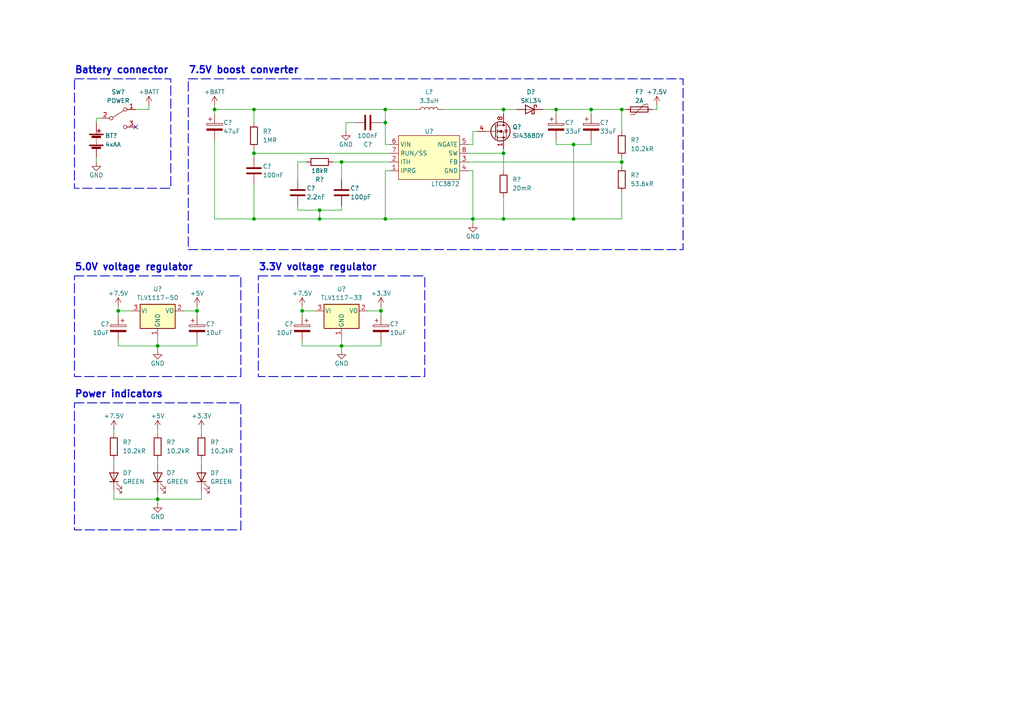
<source format=kicad_sch>
(kicad_sch (version 20230121) (generator eeschema)

  (uuid 801b847b-1ef9-426d-9311-e20107499a35)

  (paper "A4")

  (lib_symbols
    (symbol "Autko:LTC3872" (in_bom yes) (on_board yes)
      (property "Reference" "U" (at 0 7.62 0) (do_not_autoplace)
        (effects (font (size 1.27 1.27)))
      )
      (property "Value" "LTC3872" (at 8.89 -7.62 0) (do_not_autoplace)
        (effects (font (size 1.27 1.27)) (justify right))
      )
      (property "Footprint" "" (at -3.81 5.08 0)
        (effects (font (size 1.27 1.27)) hide)
      )
      (property "Datasheet" "" (at -3.81 5.08 0)
        (effects (font (size 1.27 1.27)) hide)
      )
      (symbol "LTC3872_1_1"
        (rectangle (start -8.89 6.35) (end 8.89 -6.35)
          (stroke (width 0) (type default))
          (fill (type background))
        )
        (pin input line (at -11.43 -3.81 0) (length 2.54)
          (name "IPRG" (effects (font (size 1.27 1.27))))
          (number "1" (effects (font (size 1.27 1.27))))
        )
        (pin input line (at -11.43 -1.27 0) (length 2.54)
          (name "ITH" (effects (font (size 1.27 1.27))))
          (number "2" (effects (font (size 1.27 1.27))))
        )
        (pin input line (at 11.43 -1.27 180) (length 2.54)
          (name "FB" (effects (font (size 1.27 1.27))))
          (number "3" (effects (font (size 1.27 1.27))))
        )
        (pin power_in line (at 11.43 -3.81 180) (length 2.54)
          (name "GND" (effects (font (size 1.27 1.27))))
          (number "4" (effects (font (size 1.27 1.27))))
        )
        (pin output line (at 11.43 3.81 180) (length 2.54)
          (name "NGATE" (effects (font (size 1.27 1.27))))
          (number "5" (effects (font (size 1.27 1.27))))
        )
        (pin power_in line (at -11.43 3.81 0) (length 2.54)
          (name "VIN" (effects (font (size 1.27 1.27))))
          (number "6" (effects (font (size 1.27 1.27))))
        )
        (pin input line (at -11.43 1.27 0) (length 2.54)
          (name "RUN/SS" (effects (font (size 1.27 1.27))))
          (number "7" (effects (font (size 1.27 1.27))))
        )
        (pin input line (at 11.43 1.27 180) (length 2.54)
          (name "SW" (effects (font (size 1.27 1.27))))
          (number "8" (effects (font (size 1.27 1.27))))
        )
      )
    )
    (symbol "Autko:Si4368DY" (pin_names hide) (in_bom yes) (on_board yes)
      (property "Reference" "Q" (at 5.08 1.27 0)
        (effects (font (size 1.27 1.27)) (justify left))
      )
      (property "Value" "Si4368DY" (at 5.08 -1.27 0)
        (effects (font (size 1.27 1.27)) (justify left))
      )
      (property "Footprint" "Package_SO:SO-8_3.9x4.9mm_P1.27mm" (at 5.08 -3.81 0)
        (effects (font (size 1.27 1.27)) (justify left) hide)
      )
      (property "Datasheet" "" (at 10.16 -8.89 0)
        (effects (font (size 1.27 1.27)) (justify left) hide)
      )
      (property "ki_keywords" "N-Channel MOSFET" (at 0 0 0)
        (effects (font (size 1.27 1.27)) hide)
      )
      (property "ki_fp_filters" "SOIC*3.9x4.9mm*P1.27mm*" (at 0 0 0)
        (effects (font (size 1.27 1.27)) hide)
      )
      (symbol "Si4368DY_0_1"
        (polyline
          (pts
            (xy 0.254 0)
            (xy -2.54 0)
          )
          (stroke (width 0) (type default))
          (fill (type none))
        )
        (polyline
          (pts
            (xy 0.254 1.905)
            (xy 0.254 -1.905)
          )
          (stroke (width 0.254) (type default))
          (fill (type none))
        )
        (polyline
          (pts
            (xy 0.762 -1.27)
            (xy 0.762 -2.286)
          )
          (stroke (width 0.254) (type default))
          (fill (type none))
        )
        (polyline
          (pts
            (xy 0.762 0.508)
            (xy 0.762 -0.508)
          )
          (stroke (width 0.254) (type default))
          (fill (type none))
        )
        (polyline
          (pts
            (xy 0.762 2.286)
            (xy 0.762 1.27)
          )
          (stroke (width 0.254) (type default))
          (fill (type none))
        )
        (polyline
          (pts
            (xy 2.54 2.54)
            (xy 2.54 1.778)
          )
          (stroke (width 0) (type default))
          (fill (type none))
        )
        (polyline
          (pts
            (xy 2.54 -2.54)
            (xy 2.54 0)
            (xy 0.762 0)
          )
          (stroke (width 0) (type default))
          (fill (type none))
        )
        (polyline
          (pts
            (xy 0.762 -1.778)
            (xy 3.302 -1.778)
            (xy 3.302 1.778)
            (xy 0.762 1.778)
          )
          (stroke (width 0) (type default))
          (fill (type none))
        )
        (polyline
          (pts
            (xy 1.016 0)
            (xy 2.032 0.381)
            (xy 2.032 -0.381)
            (xy 1.016 0)
          )
          (stroke (width 0) (type default))
          (fill (type outline))
        )
        (polyline
          (pts
            (xy 2.794 0.508)
            (xy 2.921 0.381)
            (xy 3.683 0.381)
            (xy 3.81 0.254)
          )
          (stroke (width 0) (type default))
          (fill (type none))
        )
        (polyline
          (pts
            (xy 3.302 0.381)
            (xy 2.921 -0.254)
            (xy 3.683 -0.254)
            (xy 3.302 0.381)
          )
          (stroke (width 0) (type default))
          (fill (type none))
        )
        (circle (center 1.651 0) (radius 2.794)
          (stroke (width 0.254) (type default))
          (fill (type none))
        )
        (circle (center 2.54 -1.778) (radius 0.254)
          (stroke (width 0) (type default))
          (fill (type outline))
        )
        (circle (center 2.54 1.778) (radius 0.254)
          (stroke (width 0) (type default))
          (fill (type outline))
        )
      )
      (symbol "Si4368DY_1_1"
        (pin passive line (at 2.54 -5.08 90) (length 2.54)
          (name "S" (effects (font (size 1.27 1.27))))
          (number "1" (effects (font (size 1.27 1.27))))
        )
        (pin passive line (at 2.54 -5.08 90) (length 2.54) hide
          (name "S" (effects (font (size 1.27 1.27))))
          (number "2" (effects (font (size 1.27 1.27))))
        )
        (pin passive line (at 2.54 -5.08 90) (length 2.54) hide
          (name "S" (effects (font (size 1.27 1.27))))
          (number "3" (effects (font (size 1.27 1.27))))
        )
        (pin input line (at -5.08 0 0) (length 2.54)
          (name "G" (effects (font (size 1.27 1.27))))
          (number "4" (effects (font (size 1.27 1.27))))
        )
        (pin passive line (at 2.54 5.08 270) (length 2.54) hide
          (name "D" (effects (font (size 1.27 1.27))))
          (number "5" (effects (font (size 1.27 1.27))))
        )
        (pin passive line (at 2.54 5.08 270) (length 2.54) hide
          (name "D" (effects (font (size 1.27 1.27))))
          (number "6" (effects (font (size 1.27 1.27))))
        )
        (pin passive line (at 2.54 5.08 270) (length 2.54) hide
          (name "D" (effects (font (size 1.27 1.27))))
          (number "7" (effects (font (size 1.27 1.27))))
        )
        (pin passive line (at 2.54 5.08 270) (length 2.54)
          (name "D" (effects (font (size 1.27 1.27))))
          (number "8" (effects (font (size 1.27 1.27))))
        )
      )
    )
    (symbol "Device:Battery" (pin_numbers hide) (pin_names (offset 0) hide) (in_bom yes) (on_board yes)
      (property "Reference" "BT" (at 2.54 2.54 0)
        (effects (font (size 1.27 1.27)) (justify left))
      )
      (property "Value" "Battery" (at 2.54 0 0)
        (effects (font (size 1.27 1.27)) (justify left))
      )
      (property "Footprint" "" (at 0 1.524 90)
        (effects (font (size 1.27 1.27)) hide)
      )
      (property "Datasheet" "~" (at 0 1.524 90)
        (effects (font (size 1.27 1.27)) hide)
      )
      (property "ki_keywords" "batt voltage-source cell" (at 0 0 0)
        (effects (font (size 1.27 1.27)) hide)
      )
      (property "ki_description" "Multiple-cell battery" (at 0 0 0)
        (effects (font (size 1.27 1.27)) hide)
      )
      (symbol "Battery_0_1"
        (rectangle (start -2.032 -1.397) (end 2.032 -1.651)
          (stroke (width 0) (type default))
          (fill (type outline))
        )
        (rectangle (start -2.032 1.778) (end 2.032 1.524)
          (stroke (width 0) (type default))
          (fill (type outline))
        )
        (rectangle (start -1.3208 -1.9812) (end 1.27 -2.4892)
          (stroke (width 0) (type default))
          (fill (type outline))
        )
        (rectangle (start -1.3208 1.1938) (end 1.27 0.6858)
          (stroke (width 0) (type default))
          (fill (type outline))
        )
        (polyline
          (pts
            (xy 0 -1.524)
            (xy 0 -1.27)
          )
          (stroke (width 0) (type default))
          (fill (type none))
        )
        (polyline
          (pts
            (xy 0 -1.016)
            (xy 0 -0.762)
          )
          (stroke (width 0) (type default))
          (fill (type none))
        )
        (polyline
          (pts
            (xy 0 -0.508)
            (xy 0 -0.254)
          )
          (stroke (width 0) (type default))
          (fill (type none))
        )
        (polyline
          (pts
            (xy 0 0)
            (xy 0 0.254)
          )
          (stroke (width 0) (type default))
          (fill (type none))
        )
        (polyline
          (pts
            (xy 0 0.508)
            (xy 0 0.762)
          )
          (stroke (width 0) (type default))
          (fill (type none))
        )
        (polyline
          (pts
            (xy 0 1.778)
            (xy 0 2.54)
          )
          (stroke (width 0) (type default))
          (fill (type none))
        )
        (polyline
          (pts
            (xy 0.254 2.667)
            (xy 1.27 2.667)
          )
          (stroke (width 0.254) (type default))
          (fill (type none))
        )
        (polyline
          (pts
            (xy 0.762 3.175)
            (xy 0.762 2.159)
          )
          (stroke (width 0.254) (type default))
          (fill (type none))
        )
      )
      (symbol "Battery_1_1"
        (pin passive line (at 0 5.08 270) (length 2.54)
          (name "+" (effects (font (size 1.27 1.27))))
          (number "1" (effects (font (size 1.27 1.27))))
        )
        (pin passive line (at 0 -5.08 90) (length 2.54)
          (name "-" (effects (font (size 1.27 1.27))))
          (number "2" (effects (font (size 1.27 1.27))))
        )
      )
    )
    (symbol "Device:C" (pin_numbers hide) (pin_names (offset 0.254)) (in_bom yes) (on_board yes)
      (property "Reference" "C" (at 0.635 2.54 0)
        (effects (font (size 1.27 1.27)) (justify left))
      )
      (property "Value" "C" (at 0.635 -2.54 0)
        (effects (font (size 1.27 1.27)) (justify left))
      )
      (property "Footprint" "" (at 0.9652 -3.81 0)
        (effects (font (size 1.27 1.27)) hide)
      )
      (property "Datasheet" "~" (at 0 0 0)
        (effects (font (size 1.27 1.27)) hide)
      )
      (property "ki_keywords" "cap capacitor" (at 0 0 0)
        (effects (font (size 1.27 1.27)) hide)
      )
      (property "ki_description" "Unpolarized capacitor" (at 0 0 0)
        (effects (font (size 1.27 1.27)) hide)
      )
      (property "ki_fp_filters" "C_*" (at 0 0 0)
        (effects (font (size 1.27 1.27)) hide)
      )
      (symbol "C_0_1"
        (polyline
          (pts
            (xy -2.032 -0.762)
            (xy 2.032 -0.762)
          )
          (stroke (width 0.508) (type default))
          (fill (type none))
        )
        (polyline
          (pts
            (xy -2.032 0.762)
            (xy 2.032 0.762)
          )
          (stroke (width 0.508) (type default))
          (fill (type none))
        )
      )
      (symbol "C_1_1"
        (pin passive line (at 0 3.81 270) (length 2.794)
          (name "~" (effects (font (size 1.27 1.27))))
          (number "1" (effects (font (size 1.27 1.27))))
        )
        (pin passive line (at 0 -3.81 90) (length 2.794)
          (name "~" (effects (font (size 1.27 1.27))))
          (number "2" (effects (font (size 1.27 1.27))))
        )
      )
    )
    (symbol "Device:C_Polarized" (pin_numbers hide) (pin_names (offset 0.254)) (in_bom yes) (on_board yes)
      (property "Reference" "C" (at 0.635 2.54 0)
        (effects (font (size 1.27 1.27)) (justify left))
      )
      (property "Value" "C_Polarized" (at 0.635 -2.54 0)
        (effects (font (size 1.27 1.27)) (justify left))
      )
      (property "Footprint" "" (at 0.9652 -3.81 0)
        (effects (font (size 1.27 1.27)) hide)
      )
      (property "Datasheet" "~" (at 0 0 0)
        (effects (font (size 1.27 1.27)) hide)
      )
      (property "ki_keywords" "cap capacitor" (at 0 0 0)
        (effects (font (size 1.27 1.27)) hide)
      )
      (property "ki_description" "Polarized capacitor" (at 0 0 0)
        (effects (font (size 1.27 1.27)) hide)
      )
      (property "ki_fp_filters" "CP_*" (at 0 0 0)
        (effects (font (size 1.27 1.27)) hide)
      )
      (symbol "C_Polarized_0_1"
        (rectangle (start -2.286 0.508) (end 2.286 1.016)
          (stroke (width 0) (type default))
          (fill (type none))
        )
        (polyline
          (pts
            (xy -1.778 2.286)
            (xy -0.762 2.286)
          )
          (stroke (width 0) (type default))
          (fill (type none))
        )
        (polyline
          (pts
            (xy -1.27 2.794)
            (xy -1.27 1.778)
          )
          (stroke (width 0) (type default))
          (fill (type none))
        )
        (rectangle (start 2.286 -0.508) (end -2.286 -1.016)
          (stroke (width 0) (type default))
          (fill (type outline))
        )
      )
      (symbol "C_Polarized_1_1"
        (pin passive line (at 0 3.81 270) (length 2.794)
          (name "~" (effects (font (size 1.27 1.27))))
          (number "1" (effects (font (size 1.27 1.27))))
        )
        (pin passive line (at 0 -3.81 90) (length 2.794)
          (name "~" (effects (font (size 1.27 1.27))))
          (number "2" (effects (font (size 1.27 1.27))))
        )
      )
    )
    (symbol "Device:D_Schottky" (pin_numbers hide) (pin_names (offset 1.016) hide) (in_bom yes) (on_board yes)
      (property "Reference" "D" (at 0 2.54 0)
        (effects (font (size 1.27 1.27)))
      )
      (property "Value" "D_Schottky" (at 0 -2.54 0)
        (effects (font (size 1.27 1.27)))
      )
      (property "Footprint" "" (at 0 0 0)
        (effects (font (size 1.27 1.27)) hide)
      )
      (property "Datasheet" "~" (at 0 0 0)
        (effects (font (size 1.27 1.27)) hide)
      )
      (property "ki_keywords" "diode Schottky" (at 0 0 0)
        (effects (font (size 1.27 1.27)) hide)
      )
      (property "ki_description" "Schottky diode" (at 0 0 0)
        (effects (font (size 1.27 1.27)) hide)
      )
      (property "ki_fp_filters" "TO-???* *_Diode_* *SingleDiode* D_*" (at 0 0 0)
        (effects (font (size 1.27 1.27)) hide)
      )
      (symbol "D_Schottky_0_1"
        (polyline
          (pts
            (xy 1.27 0)
            (xy -1.27 0)
          )
          (stroke (width 0) (type default))
          (fill (type none))
        )
        (polyline
          (pts
            (xy 1.27 1.27)
            (xy 1.27 -1.27)
            (xy -1.27 0)
            (xy 1.27 1.27)
          )
          (stroke (width 0.254) (type default))
          (fill (type none))
        )
        (polyline
          (pts
            (xy -1.905 0.635)
            (xy -1.905 1.27)
            (xy -1.27 1.27)
            (xy -1.27 -1.27)
            (xy -0.635 -1.27)
            (xy -0.635 -0.635)
          )
          (stroke (width 0.254) (type default))
          (fill (type none))
        )
      )
      (symbol "D_Schottky_1_1"
        (pin passive line (at -3.81 0 0) (length 2.54)
          (name "K" (effects (font (size 1.27 1.27))))
          (number "1" (effects (font (size 1.27 1.27))))
        )
        (pin passive line (at 3.81 0 180) (length 2.54)
          (name "A" (effects (font (size 1.27 1.27))))
          (number "2" (effects (font (size 1.27 1.27))))
        )
      )
    )
    (symbol "Device:L" (pin_numbers hide) (pin_names (offset 1.016) hide) (in_bom yes) (on_board yes)
      (property "Reference" "L" (at -1.27 0 90)
        (effects (font (size 1.27 1.27)))
      )
      (property "Value" "L" (at 1.905 0 90)
        (effects (font (size 1.27 1.27)))
      )
      (property "Footprint" "" (at 0 0 0)
        (effects (font (size 1.27 1.27)) hide)
      )
      (property "Datasheet" "~" (at 0 0 0)
        (effects (font (size 1.27 1.27)) hide)
      )
      (property "ki_keywords" "inductor choke coil reactor magnetic" (at 0 0 0)
        (effects (font (size 1.27 1.27)) hide)
      )
      (property "ki_description" "Inductor" (at 0 0 0)
        (effects (font (size 1.27 1.27)) hide)
      )
      (property "ki_fp_filters" "Choke_* *Coil* Inductor_* L_*" (at 0 0 0)
        (effects (font (size 1.27 1.27)) hide)
      )
      (symbol "L_0_1"
        (arc (start 0 -2.54) (mid 0.6323 -1.905) (end 0 -1.27)
          (stroke (width 0) (type default))
          (fill (type none))
        )
        (arc (start 0 -1.27) (mid 0.6323 -0.635) (end 0 0)
          (stroke (width 0) (type default))
          (fill (type none))
        )
        (arc (start 0 0) (mid 0.6323 0.635) (end 0 1.27)
          (stroke (width 0) (type default))
          (fill (type none))
        )
        (arc (start 0 1.27) (mid 0.6323 1.905) (end 0 2.54)
          (stroke (width 0) (type default))
          (fill (type none))
        )
      )
      (symbol "L_1_1"
        (pin passive line (at 0 3.81 270) (length 1.27)
          (name "1" (effects (font (size 1.27 1.27))))
          (number "1" (effects (font (size 1.27 1.27))))
        )
        (pin passive line (at 0 -3.81 90) (length 1.27)
          (name "2" (effects (font (size 1.27 1.27))))
          (number "2" (effects (font (size 1.27 1.27))))
        )
      )
    )
    (symbol "Device:LED" (pin_numbers hide) (pin_names (offset 1.016) hide) (in_bom yes) (on_board yes)
      (property "Reference" "D" (at 0 2.54 0)
        (effects (font (size 1.27 1.27)))
      )
      (property "Value" "LED" (at 0 -2.54 0)
        (effects (font (size 1.27 1.27)))
      )
      (property "Footprint" "" (at 0 0 0)
        (effects (font (size 1.27 1.27)) hide)
      )
      (property "Datasheet" "~" (at 0 0 0)
        (effects (font (size 1.27 1.27)) hide)
      )
      (property "ki_keywords" "LED diode" (at 0 0 0)
        (effects (font (size 1.27 1.27)) hide)
      )
      (property "ki_description" "Light emitting diode" (at 0 0 0)
        (effects (font (size 1.27 1.27)) hide)
      )
      (property "ki_fp_filters" "LED* LED_SMD:* LED_THT:*" (at 0 0 0)
        (effects (font (size 1.27 1.27)) hide)
      )
      (symbol "LED_0_1"
        (polyline
          (pts
            (xy -1.27 -1.27)
            (xy -1.27 1.27)
          )
          (stroke (width 0.254) (type default))
          (fill (type none))
        )
        (polyline
          (pts
            (xy -1.27 0)
            (xy 1.27 0)
          )
          (stroke (width 0) (type default))
          (fill (type none))
        )
        (polyline
          (pts
            (xy 1.27 -1.27)
            (xy 1.27 1.27)
            (xy -1.27 0)
            (xy 1.27 -1.27)
          )
          (stroke (width 0.254) (type default))
          (fill (type none))
        )
        (polyline
          (pts
            (xy -3.048 -0.762)
            (xy -4.572 -2.286)
            (xy -3.81 -2.286)
            (xy -4.572 -2.286)
            (xy -4.572 -1.524)
          )
          (stroke (width 0) (type default))
          (fill (type none))
        )
        (polyline
          (pts
            (xy -1.778 -0.762)
            (xy -3.302 -2.286)
            (xy -2.54 -2.286)
            (xy -3.302 -2.286)
            (xy -3.302 -1.524)
          )
          (stroke (width 0) (type default))
          (fill (type none))
        )
      )
      (symbol "LED_1_1"
        (pin passive line (at -3.81 0 0) (length 2.54)
          (name "K" (effects (font (size 1.27 1.27))))
          (number "1" (effects (font (size 1.27 1.27))))
        )
        (pin passive line (at 3.81 0 180) (length 2.54)
          (name "A" (effects (font (size 1.27 1.27))))
          (number "2" (effects (font (size 1.27 1.27))))
        )
      )
    )
    (symbol "Device:Polyfuse" (pin_numbers hide) (pin_names (offset 0)) (in_bom yes) (on_board yes)
      (property "Reference" "F" (at -2.54 0 90)
        (effects (font (size 1.27 1.27)))
      )
      (property "Value" "Polyfuse" (at 2.54 0 90)
        (effects (font (size 1.27 1.27)))
      )
      (property "Footprint" "" (at 1.27 -5.08 0)
        (effects (font (size 1.27 1.27)) (justify left) hide)
      )
      (property "Datasheet" "~" (at 0 0 0)
        (effects (font (size 1.27 1.27)) hide)
      )
      (property "ki_keywords" "resettable fuse PTC PPTC polyfuse polyswitch" (at 0 0 0)
        (effects (font (size 1.27 1.27)) hide)
      )
      (property "ki_description" "Resettable fuse, polymeric positive temperature coefficient" (at 0 0 0)
        (effects (font (size 1.27 1.27)) hide)
      )
      (property "ki_fp_filters" "*polyfuse* *PTC*" (at 0 0 0)
        (effects (font (size 1.27 1.27)) hide)
      )
      (symbol "Polyfuse_0_1"
        (rectangle (start -0.762 2.54) (end 0.762 -2.54)
          (stroke (width 0.254) (type default))
          (fill (type none))
        )
        (polyline
          (pts
            (xy 0 2.54)
            (xy 0 -2.54)
          )
          (stroke (width 0) (type default))
          (fill (type none))
        )
        (polyline
          (pts
            (xy -1.524 2.54)
            (xy -1.524 1.524)
            (xy 1.524 -1.524)
            (xy 1.524 -2.54)
          )
          (stroke (width 0) (type default))
          (fill (type none))
        )
      )
      (symbol "Polyfuse_1_1"
        (pin passive line (at 0 3.81 270) (length 1.27)
          (name "~" (effects (font (size 1.27 1.27))))
          (number "1" (effects (font (size 1.27 1.27))))
        )
        (pin passive line (at 0 -3.81 90) (length 1.27)
          (name "~" (effects (font (size 1.27 1.27))))
          (number "2" (effects (font (size 1.27 1.27))))
        )
      )
    )
    (symbol "Device:R" (pin_numbers hide) (pin_names (offset 0)) (in_bom yes) (on_board yes)
      (property "Reference" "R" (at 2.032 0 90)
        (effects (font (size 1.27 1.27)))
      )
      (property "Value" "R" (at 0 0 90)
        (effects (font (size 1.27 1.27)))
      )
      (property "Footprint" "" (at -1.778 0 90)
        (effects (font (size 1.27 1.27)) hide)
      )
      (property "Datasheet" "~" (at 0 0 0)
        (effects (font (size 1.27 1.27)) hide)
      )
      (property "ki_keywords" "R res resistor" (at 0 0 0)
        (effects (font (size 1.27 1.27)) hide)
      )
      (property "ki_description" "Resistor" (at 0 0 0)
        (effects (font (size 1.27 1.27)) hide)
      )
      (property "ki_fp_filters" "R_*" (at 0 0 0)
        (effects (font (size 1.27 1.27)) hide)
      )
      (symbol "R_0_1"
        (rectangle (start -1.016 -2.54) (end 1.016 2.54)
          (stroke (width 0.254) (type default))
          (fill (type none))
        )
      )
      (symbol "R_1_1"
        (pin passive line (at 0 3.81 270) (length 1.27)
          (name "~" (effects (font (size 1.27 1.27))))
          (number "1" (effects (font (size 1.27 1.27))))
        )
        (pin passive line (at 0 -3.81 90) (length 1.27)
          (name "~" (effects (font (size 1.27 1.27))))
          (number "2" (effects (font (size 1.27 1.27))))
        )
      )
    )
    (symbol "Regulator_Linear:TLV1117-33" (pin_names (offset 0.254)) (in_bom yes) (on_board yes)
      (property "Reference" "U" (at -3.81 3.175 0)
        (effects (font (size 1.27 1.27)))
      )
      (property "Value" "TLV1117-33" (at 0 3.175 0)
        (effects (font (size 1.27 1.27)) (justify left))
      )
      (property "Footprint" "" (at 0 0 0)
        (effects (font (size 1.27 1.27)) hide)
      )
      (property "Datasheet" "http://www.ti.com/lit/ds/symlink/tlv1117.pdf" (at 0 0 0)
        (effects (font (size 1.27 1.27)) hide)
      )
      (property "ki_keywords" "linear regulator ldo fixed positive" (at 0 0 0)
        (effects (font (size 1.27 1.27)) hide)
      )
      (property "ki_description" "800mA Low-Dropout Linear Regulator, 3.3V fixed output, TO-220/TO-252/TO-263/SOT-223" (at 0 0 0)
        (effects (font (size 1.27 1.27)) hide)
      )
      (property "ki_fp_filters" "SOT?223* TO?263* TO?252* TO?220*" (at 0 0 0)
        (effects (font (size 1.27 1.27)) hide)
      )
      (symbol "TLV1117-33_0_1"
        (rectangle (start -5.08 -5.08) (end 5.08 1.905)
          (stroke (width 0.254) (type default))
          (fill (type background))
        )
      )
      (symbol "TLV1117-33_1_1"
        (pin power_in line (at 0 -7.62 90) (length 2.54)
          (name "GND" (effects (font (size 1.27 1.27))))
          (number "1" (effects (font (size 1.27 1.27))))
        )
        (pin power_out line (at 7.62 0 180) (length 2.54)
          (name "VO" (effects (font (size 1.27 1.27))))
          (number "2" (effects (font (size 1.27 1.27))))
        )
        (pin power_in line (at -7.62 0 0) (length 2.54)
          (name "VI" (effects (font (size 1.27 1.27))))
          (number "3" (effects (font (size 1.27 1.27))))
        )
      )
    )
    (symbol "Regulator_Linear:TLV1117-50" (pin_names (offset 0.254)) (in_bom yes) (on_board yes)
      (property "Reference" "U" (at -3.81 3.175 0)
        (effects (font (size 1.27 1.27)))
      )
      (property "Value" "TLV1117-50" (at 0 3.175 0)
        (effects (font (size 1.27 1.27)) (justify left))
      )
      (property "Footprint" "" (at 0 0 0)
        (effects (font (size 1.27 1.27)) hide)
      )
      (property "Datasheet" "http://www.ti.com/lit/ds/symlink/tlv1117.pdf" (at 0 0 0)
        (effects (font (size 1.27 1.27)) hide)
      )
      (property "ki_keywords" "linear regulator ldo fixed positive" (at 0 0 0)
        (effects (font (size 1.27 1.27)) hide)
      )
      (property "ki_description" "800mA Low-Dropout Linear Regulator, 5.0V fixed output, TO-220/TO-252/TO-263/SOT-223" (at 0 0 0)
        (effects (font (size 1.27 1.27)) hide)
      )
      (property "ki_fp_filters" "SOT?223* TO?263* TO?252* TO?220*" (at 0 0 0)
        (effects (font (size 1.27 1.27)) hide)
      )
      (symbol "TLV1117-50_0_1"
        (rectangle (start -5.08 -5.08) (end 5.08 1.905)
          (stroke (width 0.254) (type default))
          (fill (type background))
        )
      )
      (symbol "TLV1117-50_1_1"
        (pin power_in line (at 0 -7.62 90) (length 2.54)
          (name "GND" (effects (font (size 1.27 1.27))))
          (number "1" (effects (font (size 1.27 1.27))))
        )
        (pin power_out line (at 7.62 0 180) (length 2.54)
          (name "VO" (effects (font (size 1.27 1.27))))
          (number "2" (effects (font (size 1.27 1.27))))
        )
        (pin power_in line (at -7.62 0 0) (length 2.54)
          (name "VI" (effects (font (size 1.27 1.27))))
          (number "3" (effects (font (size 1.27 1.27))))
        )
      )
    )
    (symbol "Switch:SW_SPDT" (pin_names (offset 0) hide) (in_bom yes) (on_board yes)
      (property "Reference" "SW" (at 0 4.318 0)
        (effects (font (size 1.27 1.27)))
      )
      (property "Value" "SW_SPDT" (at 0 -5.08 0)
        (effects (font (size 1.27 1.27)))
      )
      (property "Footprint" "" (at 0 0 0)
        (effects (font (size 1.27 1.27)) hide)
      )
      (property "Datasheet" "~" (at 0 0 0)
        (effects (font (size 1.27 1.27)) hide)
      )
      (property "ki_keywords" "switch single-pole double-throw spdt ON-ON" (at 0 0 0)
        (effects (font (size 1.27 1.27)) hide)
      )
      (property "ki_description" "Switch, single pole double throw" (at 0 0 0)
        (effects (font (size 1.27 1.27)) hide)
      )
      (symbol "SW_SPDT_0_0"
        (circle (center -2.032 0) (radius 0.508)
          (stroke (width 0) (type default))
          (fill (type none))
        )
        (circle (center 2.032 -2.54) (radius 0.508)
          (stroke (width 0) (type default))
          (fill (type none))
        )
      )
      (symbol "SW_SPDT_0_1"
        (polyline
          (pts
            (xy -1.524 0.254)
            (xy 1.651 2.286)
          )
          (stroke (width 0) (type default))
          (fill (type none))
        )
        (circle (center 2.032 2.54) (radius 0.508)
          (stroke (width 0) (type default))
          (fill (type none))
        )
      )
      (symbol "SW_SPDT_1_1"
        (pin passive line (at 5.08 2.54 180) (length 2.54)
          (name "A" (effects (font (size 1.27 1.27))))
          (number "1" (effects (font (size 1.27 1.27))))
        )
        (pin passive line (at -5.08 0 0) (length 2.54)
          (name "B" (effects (font (size 1.27 1.27))))
          (number "2" (effects (font (size 1.27 1.27))))
        )
        (pin passive line (at 5.08 -2.54 180) (length 2.54)
          (name "C" (effects (font (size 1.27 1.27))))
          (number "3" (effects (font (size 1.27 1.27))))
        )
      )
    )
    (symbol "power:+3.3V" (power) (pin_names (offset 0)) (in_bom yes) (on_board yes)
      (property "Reference" "#PWR" (at 0 -3.81 0)
        (effects (font (size 1.27 1.27)) hide)
      )
      (property "Value" "+3.3V" (at 0 3.556 0)
        (effects (font (size 1.27 1.27)))
      )
      (property "Footprint" "" (at 0 0 0)
        (effects (font (size 1.27 1.27)) hide)
      )
      (property "Datasheet" "" (at 0 0 0)
        (effects (font (size 1.27 1.27)) hide)
      )
      (property "ki_keywords" "global power" (at 0 0 0)
        (effects (font (size 1.27 1.27)) hide)
      )
      (property "ki_description" "Power symbol creates a global label with name \"+3.3V\"" (at 0 0 0)
        (effects (font (size 1.27 1.27)) hide)
      )
      (symbol "+3.3V_0_1"
        (polyline
          (pts
            (xy -0.762 1.27)
            (xy 0 2.54)
          )
          (stroke (width 0) (type default))
          (fill (type none))
        )
        (polyline
          (pts
            (xy 0 0)
            (xy 0 2.54)
          )
          (stroke (width 0) (type default))
          (fill (type none))
        )
        (polyline
          (pts
            (xy 0 2.54)
            (xy 0.762 1.27)
          )
          (stroke (width 0) (type default))
          (fill (type none))
        )
      )
      (symbol "+3.3V_1_1"
        (pin power_in line (at 0 0 90) (length 0) hide
          (name "+3.3V" (effects (font (size 1.27 1.27))))
          (number "1" (effects (font (size 1.27 1.27))))
        )
      )
    )
    (symbol "power:+5V" (power) (pin_names (offset 0)) (in_bom yes) (on_board yes)
      (property "Reference" "#PWR" (at 0 -3.81 0)
        (effects (font (size 1.27 1.27)) hide)
      )
      (property "Value" "+5V" (at 0 3.556 0)
        (effects (font (size 1.27 1.27)))
      )
      (property "Footprint" "" (at 0 0 0)
        (effects (font (size 1.27 1.27)) hide)
      )
      (property "Datasheet" "" (at 0 0 0)
        (effects (font (size 1.27 1.27)) hide)
      )
      (property "ki_keywords" "global power" (at 0 0 0)
        (effects (font (size 1.27 1.27)) hide)
      )
      (property "ki_description" "Power symbol creates a global label with name \"+5V\"" (at 0 0 0)
        (effects (font (size 1.27 1.27)) hide)
      )
      (symbol "+5V_0_1"
        (polyline
          (pts
            (xy -0.762 1.27)
            (xy 0 2.54)
          )
          (stroke (width 0) (type default))
          (fill (type none))
        )
        (polyline
          (pts
            (xy 0 0)
            (xy 0 2.54)
          )
          (stroke (width 0) (type default))
          (fill (type none))
        )
        (polyline
          (pts
            (xy 0 2.54)
            (xy 0.762 1.27)
          )
          (stroke (width 0) (type default))
          (fill (type none))
        )
      )
      (symbol "+5V_1_1"
        (pin power_in line (at 0 0 90) (length 0) hide
          (name "+5V" (effects (font (size 1.27 1.27))))
          (number "1" (effects (font (size 1.27 1.27))))
        )
      )
    )
    (symbol "power:+7.5V" (power) (pin_names (offset 0)) (in_bom yes) (on_board yes)
      (property "Reference" "#PWR" (at 0 -3.81 0)
        (effects (font (size 1.27 1.27)) hide)
      )
      (property "Value" "+7.5V" (at 0 3.556 0)
        (effects (font (size 1.27 1.27)))
      )
      (property "Footprint" "" (at 0 0 0)
        (effects (font (size 1.27 1.27)) hide)
      )
      (property "Datasheet" "" (at 0 0 0)
        (effects (font (size 1.27 1.27)) hide)
      )
      (property "ki_keywords" "global power" (at 0 0 0)
        (effects (font (size 1.27 1.27)) hide)
      )
      (property "ki_description" "Power symbol creates a global label with name \"+7.5V\"" (at 0 0 0)
        (effects (font (size 1.27 1.27)) hide)
      )
      (symbol "+7.5V_0_1"
        (polyline
          (pts
            (xy -0.762 1.27)
            (xy 0 2.54)
          )
          (stroke (width 0) (type default))
          (fill (type none))
        )
        (polyline
          (pts
            (xy 0 0)
            (xy 0 2.54)
          )
          (stroke (width 0) (type default))
          (fill (type none))
        )
        (polyline
          (pts
            (xy 0 2.54)
            (xy 0.762 1.27)
          )
          (stroke (width 0) (type default))
          (fill (type none))
        )
      )
      (symbol "+7.5V_1_1"
        (pin power_in line (at 0 0 90) (length 0) hide
          (name "+7.5V" (effects (font (size 1.27 1.27))))
          (number "1" (effects (font (size 1.27 1.27))))
        )
      )
    )
    (symbol "power:+BATT" (power) (pin_names (offset 0)) (in_bom yes) (on_board yes)
      (property "Reference" "#PWR" (at 0 -3.81 0)
        (effects (font (size 1.27 1.27)) hide)
      )
      (property "Value" "+BATT" (at 0 3.556 0)
        (effects (font (size 1.27 1.27)))
      )
      (property "Footprint" "" (at 0 0 0)
        (effects (font (size 1.27 1.27)) hide)
      )
      (property "Datasheet" "" (at 0 0 0)
        (effects (font (size 1.27 1.27)) hide)
      )
      (property "ki_keywords" "global power battery" (at 0 0 0)
        (effects (font (size 1.27 1.27)) hide)
      )
      (property "ki_description" "Power symbol creates a global label with name \"+BATT\"" (at 0 0 0)
        (effects (font (size 1.27 1.27)) hide)
      )
      (symbol "+BATT_0_1"
        (polyline
          (pts
            (xy -0.762 1.27)
            (xy 0 2.54)
          )
          (stroke (width 0) (type default))
          (fill (type none))
        )
        (polyline
          (pts
            (xy 0 0)
            (xy 0 2.54)
          )
          (stroke (width 0) (type default))
          (fill (type none))
        )
        (polyline
          (pts
            (xy 0 2.54)
            (xy 0.762 1.27)
          )
          (stroke (width 0) (type default))
          (fill (type none))
        )
      )
      (symbol "+BATT_1_1"
        (pin power_in line (at 0 0 90) (length 0) hide
          (name "+BATT" (effects (font (size 1.27 1.27))))
          (number "1" (effects (font (size 1.27 1.27))))
        )
      )
    )
    (symbol "power:GND" (power) (pin_names (offset 0)) (in_bom yes) (on_board yes)
      (property "Reference" "#PWR" (at 0 -6.35 0)
        (effects (font (size 1.27 1.27)) hide)
      )
      (property "Value" "GND" (at 0 -3.81 0)
        (effects (font (size 1.27 1.27)))
      )
      (property "Footprint" "" (at 0 0 0)
        (effects (font (size 1.27 1.27)) hide)
      )
      (property "Datasheet" "" (at 0 0 0)
        (effects (font (size 1.27 1.27)) hide)
      )
      (property "ki_keywords" "global power" (at 0 0 0)
        (effects (font (size 1.27 1.27)) hide)
      )
      (property "ki_description" "Power symbol creates a global label with name \"GND\" , ground" (at 0 0 0)
        (effects (font (size 1.27 1.27)) hide)
      )
      (symbol "GND_0_1"
        (polyline
          (pts
            (xy 0 0)
            (xy 0 -1.27)
            (xy 1.27 -1.27)
            (xy 0 -2.54)
            (xy -1.27 -1.27)
            (xy 0 -1.27)
          )
          (stroke (width 0) (type default))
          (fill (type none))
        )
      )
      (symbol "GND_1_1"
        (pin power_in line (at 0 0 270) (length 0) hide
          (name "GND" (effects (font (size 1.27 1.27))))
          (number "1" (effects (font (size 1.27 1.27))))
        )
      )
    )
  )

  (junction (at 146.05 63.5) (diameter 0) (color 0 0 0 0)
    (uuid 28275065-b338-4a33-9abb-05712a5eb5f2)
  )
  (junction (at 45.72 100.33) (diameter 0) (color 0 0 0 0)
    (uuid 2fce9d3f-086a-4ea7-84e0-281dde4e50b5)
  )
  (junction (at 34.29 90.17) (diameter 0) (color 0 0 0 0)
    (uuid 39610b09-293d-41f4-9d13-0c72eeb4127b)
  )
  (junction (at 62.23 31.75) (diameter 0) (color 0 0 0 0)
    (uuid 4721b1ab-4091-45d4-ba00-38053778812d)
  )
  (junction (at 73.66 44.45) (diameter 0) (color 0 0 0 0)
    (uuid 4799ef39-3f4d-40eb-919a-9a98d5eb4bab)
  )
  (junction (at 146.05 44.45) (diameter 0) (color 0 0 0 0)
    (uuid 52a7b28a-719b-49c9-a3e4-641eec60afbc)
  )
  (junction (at 111.76 31.75) (diameter 0) (color 0 0 0 0)
    (uuid 5fcd6122-7e7f-46aa-8b05-36872da08e62)
  )
  (junction (at 166.37 41.91) (diameter 0) (color 0 0 0 0)
    (uuid 70ffafcc-8570-4159-a85b-2c37e190fd70)
  )
  (junction (at 92.71 60.96) (diameter 0) (color 0 0 0 0)
    (uuid 7d8a9328-10fd-4374-9f26-ab178daa735e)
  )
  (junction (at 99.06 46.99) (diameter 0) (color 0 0 0 0)
    (uuid 8a57f321-1ea8-4ab7-935d-240be7b8c20f)
  )
  (junction (at 45.72 144.78) (diameter 0) (color 0 0 0 0)
    (uuid 8d287e96-fdfa-4f44-b9d6-edb88fa87110)
  )
  (junction (at 92.71 63.5) (diameter 0) (color 0 0 0 0)
    (uuid 9625d5cc-eba9-414c-bf61-dd95e1e72537)
  )
  (junction (at 57.15 90.17) (diameter 0) (color 0 0 0 0)
    (uuid a7709246-a1de-4f2a-8616-b0173064fd16)
  )
  (junction (at 73.66 31.75) (diameter 0) (color 0 0 0 0)
    (uuid af6a4027-b214-4641-8592-7bf4cb2199c9)
  )
  (junction (at 110.49 90.17) (diameter 0) (color 0 0 0 0)
    (uuid b755185e-64f5-4700-bd2b-50bc2d3229ac)
  )
  (junction (at 166.37 63.5) (diameter 0) (color 0 0 0 0)
    (uuid c1d13b97-337b-4d11-8285-38fffea6a6d9)
  )
  (junction (at 161.29 31.75) (diameter 0) (color 0 0 0 0)
    (uuid c5adbc0c-2d02-4968-a27c-c95f1e5303f3)
  )
  (junction (at 111.76 63.5) (diameter 0) (color 0 0 0 0)
    (uuid d7319446-7ce4-495e-831b-cdd4f18b6fdf)
  )
  (junction (at 87.63 90.17) (diameter 0) (color 0 0 0 0)
    (uuid d741fde4-9661-4d06-a89a-6331c8f38243)
  )
  (junction (at 180.34 46.99) (diameter 0) (color 0 0 0 0)
    (uuid dd6723a8-0b4a-4811-86cd-e024166d0bb8)
  )
  (junction (at 111.76 35.56) (diameter 0) (color 0 0 0 0)
    (uuid df36a9ee-bf02-4a7e-a6d3-01c3c4fe8d88)
  )
  (junction (at 137.16 63.5) (diameter 0) (color 0 0 0 0)
    (uuid df52f862-ecbf-413b-b5ed-47bc636b8c8a)
  )
  (junction (at 146.05 31.75) (diameter 0) (color 0 0 0 0)
    (uuid e6f1e12a-94dd-49b0-95d2-a067107b8431)
  )
  (junction (at 180.34 31.75) (diameter 0) (color 0 0 0 0)
    (uuid f2f42c76-1218-4f7f-98fe-acf6aa116176)
  )
  (junction (at 73.66 63.5) (diameter 0) (color 0 0 0 0)
    (uuid f8004e05-958a-46bc-8670-a0617148c09b)
  )
  (junction (at 171.45 31.75) (diameter 0) (color 0 0 0 0)
    (uuid fa3d952d-3d60-4875-9ebb-3667b101fd17)
  )
  (junction (at 99.06 100.33) (diameter 0) (color 0 0 0 0)
    (uuid fd958c20-d5c2-4978-9b6b-cfffab708438)
  )

  (no_connect (at 39.37 36.83) (uuid a2db3a5c-c7ed-4860-8212-0c837e3f3def))

  (wire (pts (xy 57.15 90.17) (xy 57.15 91.44))
    (stroke (width 0) (type default))
    (uuid 00d837ba-59e7-4f69-8f08-bdd055010392)
  )
  (wire (pts (xy 34.29 100.33) (xy 34.29 99.06))
    (stroke (width 0) (type default))
    (uuid 020fab63-69c4-4758-9847-16b033042b22)
  )
  (wire (pts (xy 62.23 31.75) (xy 62.23 33.02))
    (stroke (width 0) (type default))
    (uuid 029b6bba-b8a1-40ff-97de-5f012591067f)
  )
  (wire (pts (xy 45.72 100.33) (xy 57.15 100.33))
    (stroke (width 0) (type default))
    (uuid 0699c7d4-7e68-4873-8b21-8afc571b8802)
  )
  (wire (pts (xy 45.72 144.78) (xy 58.42 144.78))
    (stroke (width 0) (type default))
    (uuid 087bcb81-7b2f-42a1-8c85-fe08b9f8b8a8)
  )
  (wire (pts (xy 34.29 88.9) (xy 34.29 90.17))
    (stroke (width 0) (type default))
    (uuid 0956303a-f374-491c-b227-b5e4fd1d3672)
  )
  (wire (pts (xy 27.94 34.29) (xy 29.21 34.29))
    (stroke (width 0) (type default))
    (uuid 097c366e-441f-4806-8d2c-bae007f1f21e)
  )
  (wire (pts (xy 137.16 49.53) (xy 135.89 49.53))
    (stroke (width 0) (type default))
    (uuid 0d4a3cc1-7506-41a9-bebb-8489e6675c0e)
  )
  (wire (pts (xy 34.29 90.17) (xy 34.29 91.44))
    (stroke (width 0) (type default))
    (uuid 0dc88b3a-7850-430d-b6cf-33957e5543ac)
  )
  (wire (pts (xy 111.76 63.5) (xy 137.16 63.5))
    (stroke (width 0) (type default))
    (uuid 124f1455-3f25-41d4-abb4-f0117b2d6911)
  )
  (wire (pts (xy 110.49 100.33) (xy 110.49 99.06))
    (stroke (width 0) (type default))
    (uuid 12e5750d-54ca-4764-a9e0-45df482c33b0)
  )
  (wire (pts (xy 110.49 88.9) (xy 110.49 90.17))
    (stroke (width 0) (type default))
    (uuid 1348e024-e6a5-43de-86af-304c395e5729)
  )
  (wire (pts (xy 57.15 100.33) (xy 57.15 99.06))
    (stroke (width 0) (type default))
    (uuid 16d02843-1db6-4c2f-833b-1465b8a5b453)
  )
  (wire (pts (xy 88.9 46.99) (xy 86.36 46.99))
    (stroke (width 0) (type default))
    (uuid 1c545ed1-d79e-43cf-88d1-fe99ab82f60f)
  )
  (wire (pts (xy 99.06 46.99) (xy 99.06 52.07))
    (stroke (width 0) (type default))
    (uuid 1edd717e-b386-4a61-a978-691fc5cf47c1)
  )
  (wire (pts (xy 137.16 41.91) (xy 135.89 41.91))
    (stroke (width 0) (type default))
    (uuid 210e78c7-79fa-474b-b10b-657c4376f5ab)
  )
  (wire (pts (xy 86.36 60.96) (xy 92.71 60.96))
    (stroke (width 0) (type default))
    (uuid 24d46555-63d7-4617-abf4-7167aaa71307)
  )
  (wire (pts (xy 96.52 46.99) (xy 99.06 46.99))
    (stroke (width 0) (type default))
    (uuid 26806a3b-43a0-40e7-b337-67e0df2a1305)
  )
  (wire (pts (xy 166.37 63.5) (xy 180.34 63.5))
    (stroke (width 0) (type default))
    (uuid 2942f019-1dac-4edb-8324-467d444368bb)
  )
  (wire (pts (xy 190.5 31.75) (xy 190.5 30.48))
    (stroke (width 0) (type default))
    (uuid 2a333808-d0a5-4831-a442-e9f19f99c3d9)
  )
  (wire (pts (xy 33.02 133.35) (xy 33.02 134.62))
    (stroke (width 0) (type default))
    (uuid 2a3f89c3-9993-4605-a153-7e20678ea35e)
  )
  (wire (pts (xy 43.18 31.75) (xy 43.18 30.48))
    (stroke (width 0) (type default))
    (uuid 2ae7cf14-573e-49e6-9fe7-063995def8d6)
  )
  (wire (pts (xy 99.06 100.33) (xy 110.49 100.33))
    (stroke (width 0) (type default))
    (uuid 2c042a88-094b-4ace-960c-673cbbb80db8)
  )
  (wire (pts (xy 111.76 31.75) (xy 73.66 31.75))
    (stroke (width 0) (type default))
    (uuid 2d39fb65-4e00-46b4-9bc1-df112b1e1297)
  )
  (wire (pts (xy 53.34 90.17) (xy 57.15 90.17))
    (stroke (width 0) (type default))
    (uuid 32e4512b-ff74-4dc1-a653-ce793c17a60c)
  )
  (wire (pts (xy 57.15 88.9) (xy 57.15 90.17))
    (stroke (width 0) (type default))
    (uuid 3542f1c6-fea5-48d9-8b03-c2264cb8087c)
  )
  (wire (pts (xy 62.23 30.48) (xy 62.23 31.75))
    (stroke (width 0) (type default))
    (uuid 355ad6b4-5427-4837-af4c-c515e90ad832)
  )
  (wire (pts (xy 45.72 100.33) (xy 45.72 101.6))
    (stroke (width 0) (type default))
    (uuid 3a643d8c-e262-4fc3-b780-09c960bce869)
  )
  (wire (pts (xy 45.72 97.79) (xy 45.72 100.33))
    (stroke (width 0) (type default))
    (uuid 3cbdef24-ea8b-448b-b618-190c9caf8773)
  )
  (wire (pts (xy 137.16 49.53) (xy 137.16 63.5))
    (stroke (width 0) (type default))
    (uuid 3d0d80c5-28f9-4ad3-883f-53cffe60b0f9)
  )
  (wire (pts (xy 87.63 90.17) (xy 87.63 91.44))
    (stroke (width 0) (type default))
    (uuid 3ebb2d36-69f5-4411-a1a2-13d828f4eb07)
  )
  (wire (pts (xy 137.16 38.1) (xy 138.43 38.1))
    (stroke (width 0) (type default))
    (uuid 41f05371-7563-4396-9869-c3ffc5d3f321)
  )
  (wire (pts (xy 190.5 31.75) (xy 189.23 31.75))
    (stroke (width 0) (type default))
    (uuid 4228ff4b-f75f-4c87-a415-fee7e616c1a4)
  )
  (wire (pts (xy 157.48 31.75) (xy 161.29 31.75))
    (stroke (width 0) (type default))
    (uuid 429895db-2e5c-4ae2-adb6-5da7cb7ba7a2)
  )
  (wire (pts (xy 62.23 31.75) (xy 73.66 31.75))
    (stroke (width 0) (type default))
    (uuid 4312cb45-f6db-4f81-ad81-5580587d3375)
  )
  (wire (pts (xy 99.06 97.79) (xy 99.06 100.33))
    (stroke (width 0) (type default))
    (uuid 448b9f2d-d3d4-4bd1-b53b-6bc29b9a42b9)
  )
  (wire (pts (xy 39.37 31.75) (xy 43.18 31.75))
    (stroke (width 0) (type default))
    (uuid 455125f2-c761-4330-a3ff-0917c6922a0b)
  )
  (wire (pts (xy 110.49 35.56) (xy 111.76 35.56))
    (stroke (width 0) (type default))
    (uuid 4575fa60-934d-4f22-b2f5-fe2430d1922e)
  )
  (wire (pts (xy 86.36 46.99) (xy 86.36 52.07))
    (stroke (width 0) (type default))
    (uuid 4b077606-df27-4213-be8a-042560518c81)
  )
  (wire (pts (xy 111.76 49.53) (xy 113.03 49.53))
    (stroke (width 0) (type default))
    (uuid 4c5924d5-3c2b-40f6-8f31-3789b0669432)
  )
  (wire (pts (xy 92.71 63.5) (xy 111.76 63.5))
    (stroke (width 0) (type default))
    (uuid 4e5d77dc-a81a-4771-aa1e-58e3a338eec9)
  )
  (wire (pts (xy 106.68 90.17) (xy 110.49 90.17))
    (stroke (width 0) (type default))
    (uuid 5196ed8c-5672-4a7a-a25c-2e4cabfa357e)
  )
  (wire (pts (xy 45.72 142.24) (xy 45.72 144.78))
    (stroke (width 0) (type default))
    (uuid 5ce25d94-e10b-498d-9f33-0ecf1336df9d)
  )
  (wire (pts (xy 34.29 90.17) (xy 38.1 90.17))
    (stroke (width 0) (type default))
    (uuid 5cf399c4-6605-48ce-977a-1d40c435afd4)
  )
  (wire (pts (xy 146.05 44.45) (xy 146.05 49.53))
    (stroke (width 0) (type default))
    (uuid 62f278d0-4c1a-4098-a04a-aba32839c39c)
  )
  (wire (pts (xy 99.06 60.96) (xy 99.06 59.69))
    (stroke (width 0) (type default))
    (uuid 6812763f-bd87-40ad-a7fe-076f6f9658f1)
  )
  (wire (pts (xy 166.37 41.91) (xy 166.37 63.5))
    (stroke (width 0) (type default))
    (uuid 6ab845fb-8ff9-4a49-94d5-4cb9d06ec33b)
  )
  (wire (pts (xy 146.05 43.18) (xy 146.05 44.45))
    (stroke (width 0) (type default))
    (uuid 6bbd4a73-d678-42b4-8577-bafc2161d789)
  )
  (wire (pts (xy 45.72 124.46) (xy 45.72 125.73))
    (stroke (width 0) (type default))
    (uuid 6bbee050-a888-49e7-84e5-3759618fb681)
  )
  (wire (pts (xy 33.02 124.46) (xy 33.02 125.73))
    (stroke (width 0) (type default))
    (uuid 7a0d3665-ab70-451f-902a-61655fd3b860)
  )
  (wire (pts (xy 146.05 31.75) (xy 149.86 31.75))
    (stroke (width 0) (type default))
    (uuid 7ed77366-7eb5-49de-8096-2a18c315bf39)
  )
  (wire (pts (xy 87.63 100.33) (xy 87.63 99.06))
    (stroke (width 0) (type default))
    (uuid 7ee1185a-e134-494e-bc39-556a4a2809a5)
  )
  (wire (pts (xy 146.05 63.5) (xy 166.37 63.5))
    (stroke (width 0) (type default))
    (uuid 80911280-62ee-47c5-9adb-67849934b17c)
  )
  (wire (pts (xy 100.33 35.56) (xy 102.87 35.56))
    (stroke (width 0) (type default))
    (uuid 82f8c6d7-f1a8-4f23-bd5c-55a355261dcf)
  )
  (wire (pts (xy 99.06 100.33) (xy 87.63 100.33))
    (stroke (width 0) (type default))
    (uuid 84002d8d-c276-47db-a8ec-ad1ec3e6c95d)
  )
  (wire (pts (xy 111.76 31.75) (xy 120.65 31.75))
    (stroke (width 0) (type default))
    (uuid 84135365-6e48-4264-942b-4b7181bf67a4)
  )
  (wire (pts (xy 180.34 45.72) (xy 180.34 46.99))
    (stroke (width 0) (type default))
    (uuid 84dac9ce-a548-4eab-9256-123801002787)
  )
  (wire (pts (xy 58.42 133.35) (xy 58.42 134.62))
    (stroke (width 0) (type default))
    (uuid 9364f998-c451-49c1-8780-5e6c43d4e92b)
  )
  (wire (pts (xy 73.66 53.34) (xy 73.66 63.5))
    (stroke (width 0) (type default))
    (uuid 943f3233-4dec-4bd5-b366-81ac288f50f0)
  )
  (wire (pts (xy 62.23 40.64) (xy 62.23 63.5))
    (stroke (width 0) (type default))
    (uuid 9f7664a9-a8f3-4896-97e7-ba70abceea4e)
  )
  (wire (pts (xy 180.34 46.99) (xy 180.34 48.26))
    (stroke (width 0) (type default))
    (uuid a25e5add-778e-49b9-a49a-50d052878340)
  )
  (wire (pts (xy 33.02 144.78) (xy 45.72 144.78))
    (stroke (width 0) (type default))
    (uuid a4844e61-3590-4ab9-b142-34457240d914)
  )
  (wire (pts (xy 161.29 31.75) (xy 161.29 33.02))
    (stroke (width 0) (type default))
    (uuid a51be09a-1f31-45ed-aa82-9b182ffbb064)
  )
  (wire (pts (xy 73.66 43.18) (xy 73.66 44.45))
    (stroke (width 0) (type default))
    (uuid a55d200d-52ef-4b98-881d-5214693b1650)
  )
  (wire (pts (xy 137.16 63.5) (xy 137.16 64.77))
    (stroke (width 0) (type default))
    (uuid a68e61f4-5f58-4781-8336-3ad626e90e6d)
  )
  (wire (pts (xy 87.63 90.17) (xy 91.44 90.17))
    (stroke (width 0) (type default))
    (uuid ae7add85-49ee-42b8-acd2-9f8322f5d3b1)
  )
  (wire (pts (xy 135.89 46.99) (xy 180.34 46.99))
    (stroke (width 0) (type default))
    (uuid aec4a89f-0586-48ee-8b15-2816d74fbfea)
  )
  (wire (pts (xy 45.72 144.78) (xy 45.72 146.05))
    (stroke (width 0) (type default))
    (uuid b10c7712-113e-430c-867c-f6c50f082b63)
  )
  (wire (pts (xy 73.66 44.45) (xy 73.66 45.72))
    (stroke (width 0) (type default))
    (uuid b37f7200-8714-42e3-8e14-d0e860f12a82)
  )
  (wire (pts (xy 171.45 31.75) (xy 171.45 33.02))
    (stroke (width 0) (type default))
    (uuid b6afc225-3235-4c03-a8b9-83764885ba7d)
  )
  (wire (pts (xy 45.72 133.35) (xy 45.72 134.62))
    (stroke (width 0) (type default))
    (uuid b7fbde55-e7a4-4a33-aaa2-02eff3a82be0)
  )
  (wire (pts (xy 146.05 57.15) (xy 146.05 63.5))
    (stroke (width 0) (type default))
    (uuid b92e11b0-14d3-4527-b383-e6926f301f82)
  )
  (wire (pts (xy 137.16 63.5) (xy 146.05 63.5))
    (stroke (width 0) (type default))
    (uuid bd6dbb8e-4b66-4ec9-8cf7-a8e93dd890db)
  )
  (wire (pts (xy 27.94 35.56) (xy 27.94 34.29))
    (stroke (width 0) (type default))
    (uuid c1305052-2f7b-48c3-8296-3845f4eecae3)
  )
  (wire (pts (xy 137.16 38.1) (xy 137.16 41.91))
    (stroke (width 0) (type default))
    (uuid c2b790cd-b43b-4df3-9725-e3592de603e8)
  )
  (wire (pts (xy 58.42 142.24) (xy 58.42 144.78))
    (stroke (width 0) (type default))
    (uuid c34d33ee-8974-4889-96a1-3793e43b8d9f)
  )
  (wire (pts (xy 62.23 63.5) (xy 73.66 63.5))
    (stroke (width 0) (type default))
    (uuid c4ab2559-a969-45c9-a9fa-51b20df9c255)
  )
  (wire (pts (xy 92.71 60.96) (xy 92.71 63.5))
    (stroke (width 0) (type default))
    (uuid c6175cf0-20ea-4c03-b4da-efa58b517de1)
  )
  (wire (pts (xy 73.66 44.45) (xy 113.03 44.45))
    (stroke (width 0) (type default))
    (uuid c64cd6bf-8c37-438a-a0e7-f0d7327abff5)
  )
  (wire (pts (xy 111.76 35.56) (xy 111.76 41.91))
    (stroke (width 0) (type default))
    (uuid c6a382e6-8298-4eda-bbe0-de74256f2af0)
  )
  (wire (pts (xy 86.36 59.69) (xy 86.36 60.96))
    (stroke (width 0) (type default))
    (uuid c6eb09d0-9b3b-4978-b1c6-3fbdba9bf020)
  )
  (wire (pts (xy 99.06 46.99) (xy 113.03 46.99))
    (stroke (width 0) (type default))
    (uuid c86733f8-a945-4e1a-aee4-3f639ccb5aeb)
  )
  (wire (pts (xy 58.42 124.46) (xy 58.42 125.73))
    (stroke (width 0) (type default))
    (uuid c994bd9e-a8f8-4b55-8679-3d460b916aea)
  )
  (wire (pts (xy 100.33 38.1) (xy 100.33 35.56))
    (stroke (width 0) (type default))
    (uuid cd77e766-1b5b-4e16-918e-e42253eea7a5)
  )
  (wire (pts (xy 27.94 45.72) (xy 27.94 46.99))
    (stroke (width 0) (type default))
    (uuid cfe999af-61f8-44ce-8224-39ea135731ba)
  )
  (wire (pts (xy 111.76 41.91) (xy 113.03 41.91))
    (stroke (width 0) (type default))
    (uuid d0d2ca08-000b-4555-be4c-5b621cb030a4)
  )
  (wire (pts (xy 146.05 31.75) (xy 146.05 33.02))
    (stroke (width 0) (type default))
    (uuid d11bc450-7e30-4d76-8b29-9d1e3da6aa50)
  )
  (wire (pts (xy 73.66 63.5) (xy 92.71 63.5))
    (stroke (width 0) (type default))
    (uuid d1215331-a75f-4750-aaf1-77d54521f481)
  )
  (wire (pts (xy 180.34 31.75) (xy 181.61 31.75))
    (stroke (width 0) (type default))
    (uuid d2447388-0a62-4cdc-ae71-7a590aacf578)
  )
  (wire (pts (xy 92.71 60.96) (xy 99.06 60.96))
    (stroke (width 0) (type default))
    (uuid d2c2fb3a-7bbc-4860-aeb0-0f64457506fa)
  )
  (wire (pts (xy 45.72 100.33) (xy 34.29 100.33))
    (stroke (width 0) (type default))
    (uuid d34b4638-845d-4054-beae-8c1434b8a3de)
  )
  (wire (pts (xy 161.29 41.91) (xy 161.29 40.64))
    (stroke (width 0) (type default))
    (uuid d6319b79-ab6b-4c68-a099-83b40edd0e9d)
  )
  (wire (pts (xy 180.34 55.88) (xy 180.34 63.5))
    (stroke (width 0) (type default))
    (uuid d85cc7ad-21cb-40cb-bae5-dfdbd76ecd99)
  )
  (wire (pts (xy 99.06 100.33) (xy 99.06 101.6))
    (stroke (width 0) (type default))
    (uuid dcf454f2-6574-4265-a075-6e22272fbaa9)
  )
  (wire (pts (xy 73.66 31.75) (xy 73.66 35.56))
    (stroke (width 0) (type default))
    (uuid e56298a4-9be3-4f57-9cc1-446301ce2a14)
  )
  (wire (pts (xy 171.45 31.75) (xy 180.34 31.75))
    (stroke (width 0) (type default))
    (uuid e7b353f8-bda9-442c-b2ab-526bd400339c)
  )
  (wire (pts (xy 87.63 88.9) (xy 87.63 90.17))
    (stroke (width 0) (type default))
    (uuid ebcc5dbd-d470-4326-86b3-3c70dc49a375)
  )
  (wire (pts (xy 33.02 142.24) (xy 33.02 144.78))
    (stroke (width 0) (type default))
    (uuid ecf46f7c-81dd-4d1d-bbfd-9ec70d2f0938)
  )
  (wire (pts (xy 166.37 41.91) (xy 171.45 41.91))
    (stroke (width 0) (type default))
    (uuid ed2c14d3-8eba-43aa-a7b7-352ea3ace5bf)
  )
  (wire (pts (xy 128.27 31.75) (xy 146.05 31.75))
    (stroke (width 0) (type default))
    (uuid ed798963-0178-4e15-b9ce-ca86ca4bdf26)
  )
  (wire (pts (xy 110.49 90.17) (xy 110.49 91.44))
    (stroke (width 0) (type default))
    (uuid f3ed369e-1c5b-4517-a462-54dd6bc4841a)
  )
  (wire (pts (xy 180.34 31.75) (xy 180.34 38.1))
    (stroke (width 0) (type default))
    (uuid f698c0ee-fc4d-4215-8590-83947f3d7a8d)
  )
  (wire (pts (xy 161.29 31.75) (xy 171.45 31.75))
    (stroke (width 0) (type default))
    (uuid fa2b31f4-c0bd-4424-8f73-4ec723bf9b83)
  )
  (wire (pts (xy 111.76 49.53) (xy 111.76 63.5))
    (stroke (width 0) (type default))
    (uuid fb90b7d9-f82e-42fb-9e4a-23309a86a86b)
  )
  (wire (pts (xy 171.45 41.91) (xy 171.45 40.64))
    (stroke (width 0) (type default))
    (uuid fc4de343-eaa8-41af-bf40-8df779504a1a)
  )
  (wire (pts (xy 111.76 31.75) (xy 111.76 35.56))
    (stroke (width 0) (type default))
    (uuid fc7fc04f-d8c3-4302-bc6e-f41d04522caa)
  )
  (wire (pts (xy 166.37 41.91) (xy 161.29 41.91))
    (stroke (width 0) (type default))
    (uuid fcf189cf-f865-4af4-bc06-e125f593d8be)
  )
  (wire (pts (xy 135.89 44.45) (xy 146.05 44.45))
    (stroke (width 0) (type default))
    (uuid fd84ee0c-ee00-4d62-86ec-231a2f6ec7d9)
  )

  (rectangle (start 21.59 80.01) (end 69.85 109.22)
    (stroke (width 0.25) (type dash))
    (fill (type none))
    (uuid 1a2a6511-f276-4e51-b779-28ad46dd04be)
  )
  (rectangle (start 21.59 22.86) (end 49.53 54.61)
    (stroke (width 0.25) (type dash))
    (fill (type none))
    (uuid 204fe020-eff9-4bee-be66-0a22ea7a981d)
  )
  (rectangle (start 54.61 22.86) (end 198.12 72.39)
    (stroke (width 0.25) (type dash))
    (fill (type none))
    (uuid 687d00bb-7fb5-4331-b28c-02ea37a87d00)
  )
  (rectangle (start 21.59 116.84) (end 69.85 153.67)
    (stroke (width 0.25) (type dash))
    (fill (type none))
    (uuid a8b6cf56-19af-465b-898f-5271986cf02a)
  )
  (rectangle (start 74.93 80.01) (end 123.19 109.22)
    (stroke (width 0.25) (type dash))
    (fill (type none))
    (uuid dde04b6c-e577-49e9-94f0-84025a3d6034)
  )

  (text "7.5V boost converter" (at 54.61 21.59 0)
    (effects (font (size 2 2) (thickness 0.4) bold) (justify left bottom))
    (uuid 52b8f319-a809-448f-94a6-7fedc899fd9d)
  )
  (text "Power indicators" (at 21.59 115.57 0)
    (effects (font (size 2 2) (thickness 0.4) bold) (justify left bottom))
    (uuid 595e65ff-2d52-45a2-b0ed-6d9f51ce626d)
  )
  (text "Battery connector" (at 21.59 21.59 0)
    (effects (font (size 2 2) (thickness 0.4) bold) (justify left bottom))
    (uuid 5a969045-2a2d-411b-a9eb-ffdc380ba517)
  )
  (text "5.0V voltage regulator\n" (at 21.59 78.74 0)
    (effects (font (size 2 2) (thickness 0.4) bold) (justify left bottom))
    (uuid 65ae2c4d-61c5-4da8-954a-e6c75aede215)
  )
  (text "3.3V voltage regulator\n" (at 74.93 78.74 0)
    (effects (font (size 2 2) (thickness 0.4) bold) (justify left bottom))
    (uuid a134e202-f8ee-4d62-ae59-920016cf7f5b)
  )

  (symbol (lib_id "Autko:LTC3872") (at 124.46 45.72 0) (unit 1)
    (in_bom yes) (on_board yes) (dnp no) (fields_autoplaced)
    (uuid 05b24b1c-b06e-4b53-b208-1f927162e8da)
    (property "Reference" "U?" (at 124.46 38.1 0) (do_not_autoplace)
      (effects (font (size 1.27 1.27)))
    )
    (property "Value" "LTC3872" (at 133.35 53.34 0) (do_not_autoplace)
      (effects (font (size 1.27 1.27)) (justify right))
    )
    (property "Footprint" "" (at 120.65 40.64 0)
      (effects (font (size 1.27 1.27)) hide)
    )
    (property "Datasheet" "" (at 120.65 40.64 0)
      (effects (font (size 1.27 1.27)) hide)
    )
    (pin "1" (uuid 512e298e-fb3e-4e57-af80-68a7ff8cd6fd))
    (pin "2" (uuid 05c59624-4eaa-44e8-844d-9c7bd640bd41))
    (pin "3" (uuid a6fa6e00-352b-451e-b749-740fa666c2e2))
    (pin "4" (uuid ff4ab73c-d655-487e-9bfc-f2a6822e0a0b))
    (pin "5" (uuid dbc45170-0aaa-41de-9667-b5f4909fa333))
    (pin "6" (uuid f48fdea3-1b1d-41d3-ad38-3f97318a4c7f))
    (pin "7" (uuid 5a47ab8d-b50c-4571-9bbe-e9039821365d))
    (pin "8" (uuid 35b1a1a0-0c16-41a7-8c04-21dd7d1f89af))
    (instances
      (project "Autko"
        (path "/8d5cfdec-de34-4148-9100-7125640c46f5/c078ece0-fea4-45db-aa95-3799eb753f2b"
          (reference "U?") (unit 1)
        )
      )
    )
  )

  (symbol (lib_id "power:+7.5V") (at 190.5 30.48 0) (unit 1)
    (in_bom yes) (on_board yes) (dnp no) (fields_autoplaced)
    (uuid 0e62d7ae-160c-4605-a8be-5d7d7e466a9f)
    (property "Reference" "#PWR024" (at 190.5 34.29 0)
      (effects (font (size 1.27 1.27)) hide)
    )
    (property "Value" "+7.5V" (at 190.5 26.67 0)
      (effects (font (size 1.27 1.27)))
    )
    (property "Footprint" "" (at 190.5 30.48 0)
      (effects (font (size 1.27 1.27)) hide)
    )
    (property "Datasheet" "" (at 190.5 30.48 0)
      (effects (font (size 1.27 1.27)) hide)
    )
    (pin "1" (uuid f7f5efaa-66d2-4c39-bcb7-3851cd27ea65))
    (instances
      (project "Autko"
        (path "/8d5cfdec-de34-4148-9100-7125640c46f5/c078ece0-fea4-45db-aa95-3799eb753f2b"
          (reference "#PWR024") (unit 1)
        )
      )
    )
  )

  (symbol (lib_id "power:+3.3V") (at 110.49 88.9 0) (unit 1)
    (in_bom yes) (on_board yes) (dnp no) (fields_autoplaced)
    (uuid 1c71d6a1-0e49-4a4f-b520-8144c977cde8)
    (property "Reference" "#PWR04" (at 110.49 92.71 0)
      (effects (font (size 1.27 1.27)) hide)
    )
    (property "Value" "+3.3V" (at 110.49 85.09 0)
      (effects (font (size 1.27 1.27)))
    )
    (property "Footprint" "" (at 110.49 88.9 0)
      (effects (font (size 1.27 1.27)) hide)
    )
    (property "Datasheet" "" (at 110.49 88.9 0)
      (effects (font (size 1.27 1.27)) hide)
    )
    (pin "1" (uuid 89b807ff-d156-4943-b913-7c48648f3c74))
    (instances
      (project "Autko"
        (path "/8d5cfdec-de34-4148-9100-7125640c46f5/c078ece0-fea4-45db-aa95-3799eb753f2b"
          (reference "#PWR04") (unit 1)
        )
      )
    )
  )

  (symbol (lib_id "Device:R") (at 92.71 46.99 90) (mirror x) (unit 1)
    (in_bom yes) (on_board yes) (dnp no)
    (uuid 1c8dcaa3-5a7f-43c9-b957-95c0b376f3b0)
    (property "Reference" "R?" (at 92.71 52.07 90)
      (effects (font (size 1.27 1.27)))
    )
    (property "Value" "18kR" (at 92.71 49.53 90)
      (effects (font (size 1.27 1.27)))
    )
    (property "Footprint" "" (at 92.71 45.212 90)
      (effects (font (size 1.27 1.27)) hide)
    )
    (property "Datasheet" "~" (at 92.71 46.99 0)
      (effects (font (size 1.27 1.27)) hide)
    )
    (pin "1" (uuid e6631b7d-c396-4694-b35c-4527d9dae935))
    (pin "2" (uuid 73c3b25b-0473-48c5-89f6-fdcf19000808))
    (instances
      (project "Autko"
        (path "/8d5cfdec-de34-4148-9100-7125640c46f5/c078ece0-fea4-45db-aa95-3799eb753f2b"
          (reference "R?") (unit 1)
        )
      )
    )
  )

  (symbol (lib_id "Device:C") (at 73.66 49.53 0) (unit 1)
    (in_bom yes) (on_board yes) (dnp no)
    (uuid 1cb60985-2d01-4a7f-977b-3beb435c3c7d)
    (property "Reference" "C?" (at 76.2 48.26 0)
      (effects (font (size 1.27 1.27)) (justify left))
    )
    (property "Value" "100nF" (at 76.2 50.8 0)
      (effects (font (size 1.27 1.27)) (justify left))
    )
    (property "Footprint" "" (at 74.6252 53.34 0)
      (effects (font (size 1.27 1.27)) hide)
    )
    (property "Datasheet" "~" (at 73.66 49.53 0)
      (effects (font (size 1.27 1.27)) hide)
    )
    (pin "1" (uuid 0a8a2dcd-c907-4b30-afd2-1c988a1a30f9))
    (pin "2" (uuid 92891461-7e6a-469c-80c0-e16625f3b961))
    (instances
      (project "Autko"
        (path "/8d5cfdec-de34-4148-9100-7125640c46f5/c078ece0-fea4-45db-aa95-3799eb753f2b"
          (reference "C?") (unit 1)
        )
      )
    )
  )

  (symbol (lib_id "Regulator_Linear:TLV1117-50") (at 45.72 90.17 0) (unit 1)
    (in_bom yes) (on_board yes) (dnp no) (fields_autoplaced)
    (uuid 1d997c9e-4946-41c8-867c-527a05fad79b)
    (property "Reference" "U?" (at 45.72 83.82 0)
      (effects (font (size 1.27 1.27)))
    )
    (property "Value" "TLV1117-50" (at 45.72 86.36 0)
      (effects (font (size 1.27 1.27)))
    )
    (property "Footprint" "" (at 45.72 90.17 0)
      (effects (font (size 1.27 1.27)) hide)
    )
    (property "Datasheet" "http://www.ti.com/lit/ds/symlink/tlv1117.pdf" (at 45.72 90.17 0)
      (effects (font (size 1.27 1.27)) hide)
    )
    (pin "1" (uuid 214a747f-476d-4ba4-9ed3-13fa6ae0ca56))
    (pin "2" (uuid 73a4da22-5195-466a-927c-3845bc7af40b))
    (pin "3" (uuid 1917ffc0-5532-43ff-9e09-2a6a8d3895cc))
    (instances
      (project "Autko"
        (path "/8d5cfdec-de34-4148-9100-7125640c46f5/c078ece0-fea4-45db-aa95-3799eb753f2b"
          (reference "U?") (unit 1)
        )
      )
    )
  )

  (symbol (lib_id "power:+BATT") (at 43.18 30.48 0) (unit 1)
    (in_bom yes) (on_board yes) (dnp no)
    (uuid 1ff3b2b5-9fd7-4646-9dd4-85e154ea8c11)
    (property "Reference" "#PWR06" (at 43.18 34.29 0)
      (effects (font (size 1.27 1.27)) hide)
    )
    (property "Value" "+BATT" (at 43.18 26.67 0)
      (effects (font (size 1.27 1.27)))
    )
    (property "Footprint" "" (at 43.18 30.48 0)
      (effects (font (size 1.27 1.27)) hide)
    )
    (property "Datasheet" "" (at 43.18 30.48 0)
      (effects (font (size 1.27 1.27)) hide)
    )
    (pin "1" (uuid f056a995-4448-4124-8a7c-f4720d0741a3))
    (instances
      (project "Autko"
        (path "/8d5cfdec-de34-4148-9100-7125640c46f5/c078ece0-fea4-45db-aa95-3799eb753f2b"
          (reference "#PWR06") (unit 1)
        )
      )
    )
  )

  (symbol (lib_id "Device:R") (at 180.34 41.91 0) (unit 1)
    (in_bom yes) (on_board yes) (dnp no)
    (uuid 2267a94e-f290-4a38-96ec-ecf562382a2c)
    (property "Reference" "R?" (at 182.88 40.64 0)
      (effects (font (size 1.27 1.27)) (justify left))
    )
    (property "Value" "10.2kR" (at 182.88 43.18 0)
      (effects (font (size 1.27 1.27)) (justify left))
    )
    (property "Footprint" "" (at 178.562 41.91 90)
      (effects (font (size 1.27 1.27)) hide)
    )
    (property "Datasheet" "~" (at 180.34 41.91 0)
      (effects (font (size 1.27 1.27)) hide)
    )
    (pin "1" (uuid 7b0a27ff-4f2e-4e6e-a2e3-d17d7e989c81))
    (pin "2" (uuid 8792397b-189e-4cbd-bbcb-3220d09f0749))
    (instances
      (project "Autko"
        (path "/8d5cfdec-de34-4148-9100-7125640c46f5/c078ece0-fea4-45db-aa95-3799eb753f2b"
          (reference "R?") (unit 1)
        )
      )
    )
  )

  (symbol (lib_id "power:+5V") (at 57.15 88.9 0) (unit 1)
    (in_bom yes) (on_board yes) (dnp no) (fields_autoplaced)
    (uuid 2856350e-0dc3-45ad-a8b7-3523e90edb7c)
    (property "Reference" "#PWR03" (at 57.15 92.71 0)
      (effects (font (size 1.27 1.27)) hide)
    )
    (property "Value" "+5V" (at 57.15 85.09 0)
      (effects (font (size 1.27 1.27)))
    )
    (property "Footprint" "" (at 57.15 88.9 0)
      (effects (font (size 1.27 1.27)) hide)
    )
    (property "Datasheet" "" (at 57.15 88.9 0)
      (effects (font (size 1.27 1.27)) hide)
    )
    (pin "1" (uuid d1d22a99-29d9-4b63-b36d-76ce92cc80cf))
    (instances
      (project "Autko"
        (path "/8d5cfdec-de34-4148-9100-7125640c46f5/c078ece0-fea4-45db-aa95-3799eb753f2b"
          (reference "#PWR03") (unit 1)
        )
      )
    )
  )

  (symbol (lib_id "Device:LED") (at 58.42 138.43 90) (unit 1)
    (in_bom yes) (on_board yes) (dnp no)
    (uuid 2a841af7-27ad-4599-ad79-2a0563641f81)
    (property "Reference" "D?" (at 60.96 137.16 90)
      (effects (font (size 1.27 1.27)) (justify right))
    )
    (property "Value" "GREEN" (at 60.96 139.7 90)
      (effects (font (size 1.27 1.27)) (justify right))
    )
    (property "Footprint" "" (at 58.42 138.43 0)
      (effects (font (size 1.27 1.27)) hide)
    )
    (property "Datasheet" "~" (at 58.42 138.43 0)
      (effects (font (size 1.27 1.27)) hide)
    )
    (pin "1" (uuid 9d58fd66-2a09-46e7-a588-fce2a1dba471))
    (pin "2" (uuid 32d89bec-c8a2-422f-91e4-1b1700d008cf))
    (instances
      (project "Autko"
        (path "/8d5cfdec-de34-4148-9100-7125640c46f5/c078ece0-fea4-45db-aa95-3799eb753f2b"
          (reference "D?") (unit 1)
        )
      )
    )
  )

  (symbol (lib_id "Device:C_Polarized") (at 57.15 95.25 0) (unit 1)
    (in_bom yes) (on_board yes) (dnp no)
    (uuid 2ce6927b-6eb7-4584-bc53-5a6257fe3581)
    (property "Reference" "C?" (at 59.69 93.98 0)
      (effects (font (size 1.27 1.27)) (justify left))
    )
    (property "Value" "10uF" (at 59.69 96.52 0)
      (effects (font (size 1.27 1.27)) (justify left))
    )
    (property "Footprint" "" (at 58.1152 99.06 0)
      (effects (font (size 1.27 1.27)) hide)
    )
    (property "Datasheet" "~" (at 57.15 95.25 0)
      (effects (font (size 1.27 1.27)) hide)
    )
    (pin "1" (uuid 8d5c0232-ce16-4ebd-a7fa-d77c1595b05b))
    (pin "2" (uuid 64359912-6e51-44e1-996d-fc5b4df208c4))
    (instances
      (project "Autko"
        (path "/8d5cfdec-de34-4148-9100-7125640c46f5/c078ece0-fea4-45db-aa95-3799eb753f2b"
          (reference "C?") (unit 1)
        )
      )
    )
  )

  (symbol (lib_id "Device:C") (at 99.06 55.88 0) (unit 1)
    (in_bom yes) (on_board yes) (dnp no)
    (uuid 300ddcc6-faa2-4398-98d2-a0c8c5db398f)
    (property "Reference" "C?" (at 101.6 54.61 0)
      (effects (font (size 1.27 1.27)) (justify left))
    )
    (property "Value" "100pF" (at 101.6 57.15 0)
      (effects (font (size 1.27 1.27)) (justify left))
    )
    (property "Footprint" "" (at 100.0252 59.69 0)
      (effects (font (size 1.27 1.27)) hide)
    )
    (property "Datasheet" "~" (at 99.06 55.88 0)
      (effects (font (size 1.27 1.27)) hide)
    )
    (pin "1" (uuid 62f5ee93-d17a-4231-a46f-126828ced29e))
    (pin "2" (uuid 3e2a6a0e-76c5-4e71-90ef-728dafb4ca40))
    (instances
      (project "Autko"
        (path "/8d5cfdec-de34-4148-9100-7125640c46f5/c078ece0-fea4-45db-aa95-3799eb753f2b"
          (reference "C?") (unit 1)
        )
      )
    )
  )

  (symbol (lib_id "power:GND") (at 100.33 38.1 0) (unit 1)
    (in_bom yes) (on_board yes) (dnp no)
    (uuid 303727d6-68df-4339-972c-e64dfad14425)
    (property "Reference" "#PWR018" (at 100.33 44.45 0)
      (effects (font (size 1.27 1.27)) hide)
    )
    (property "Value" "GND" (at 100.33 41.91 0)
      (effects (font (size 1.27 1.27)))
    )
    (property "Footprint" "" (at 100.33 38.1 0)
      (effects (font (size 1.27 1.27)) hide)
    )
    (property "Datasheet" "" (at 100.33 38.1 0)
      (effects (font (size 1.27 1.27)) hide)
    )
    (pin "1" (uuid 7ff67741-f917-4d33-9186-fbc364fc8381))
    (instances
      (project "Autko"
        (path "/8d5cfdec-de34-4148-9100-7125640c46f5/c078ece0-fea4-45db-aa95-3799eb753f2b"
          (reference "#PWR018") (unit 1)
        )
      )
    )
  )

  (symbol (lib_id "Device:R") (at 180.34 52.07 0) (unit 1)
    (in_bom yes) (on_board yes) (dnp no)
    (uuid 3a4520bb-02e3-43b9-a614-1d4170a46720)
    (property "Reference" "R?" (at 182.88 50.8 0)
      (effects (font (size 1.27 1.27)) (justify left))
    )
    (property "Value" "53.6kR" (at 182.88 53.34 0)
      (effects (font (size 1.27 1.27)) (justify left))
    )
    (property "Footprint" "" (at 178.562 52.07 90)
      (effects (font (size 1.27 1.27)) hide)
    )
    (property "Datasheet" "~" (at 180.34 52.07 0)
      (effects (font (size 1.27 1.27)) hide)
    )
    (pin "1" (uuid 06eaf18c-611c-4f49-9d61-430cf1422753))
    (pin "2" (uuid f2a9cdfb-cfe9-4858-94a4-a94ca1211604))
    (instances
      (project "Autko"
        (path "/8d5cfdec-de34-4148-9100-7125640c46f5/c078ece0-fea4-45db-aa95-3799eb753f2b"
          (reference "R?") (unit 1)
        )
      )
    )
  )

  (symbol (lib_id "power:+7.5V") (at 34.29 88.9 0) (unit 1)
    (in_bom yes) (on_board yes) (dnp no) (fields_autoplaced)
    (uuid 3f57857b-f1ee-44ce-90a6-c9dd8232f219)
    (property "Reference" "#PWR011" (at 34.29 92.71 0)
      (effects (font (size 1.27 1.27)) hide)
    )
    (property "Value" "+7.5V" (at 34.29 85.09 0)
      (effects (font (size 1.27 1.27)))
    )
    (property "Footprint" "" (at 34.29 88.9 0)
      (effects (font (size 1.27 1.27)) hide)
    )
    (property "Datasheet" "" (at 34.29 88.9 0)
      (effects (font (size 1.27 1.27)) hide)
    )
    (pin "1" (uuid c6318d76-ef34-4fbf-88f9-9de4baf3d773))
    (instances
      (project "Autko"
        (path "/8d5cfdec-de34-4148-9100-7125640c46f5/c078ece0-fea4-45db-aa95-3799eb753f2b"
          (reference "#PWR011") (unit 1)
        )
      )
    )
  )

  (symbol (lib_id "Device:R") (at 45.72 129.54 0) (unit 1)
    (in_bom yes) (on_board yes) (dnp no)
    (uuid 406edd43-d5bb-484d-9924-bc266dbbfcc7)
    (property "Reference" "R?" (at 48.26 128.27 0)
      (effects (font (size 1.27 1.27)) (justify left))
    )
    (property "Value" "10.2kR" (at 48.26 130.81 0)
      (effects (font (size 1.27 1.27)) (justify left))
    )
    (property "Footprint" "" (at 43.942 129.54 90)
      (effects (font (size 1.27 1.27)) hide)
    )
    (property "Datasheet" "~" (at 45.72 129.54 0)
      (effects (font (size 1.27 1.27)) hide)
    )
    (pin "1" (uuid c4b51114-260e-4ee9-9c57-8338f597828d))
    (pin "2" (uuid 66f3fc83-36a4-47d5-b7eb-60f0e18bdcdc))
    (instances
      (project "Autko"
        (path "/8d5cfdec-de34-4148-9100-7125640c46f5/c078ece0-fea4-45db-aa95-3799eb753f2b"
          (reference "R?") (unit 1)
        )
      )
    )
  )

  (symbol (lib_id "Device:C") (at 86.36 55.88 0) (unit 1)
    (in_bom yes) (on_board yes) (dnp no)
    (uuid 4aad657c-201a-4b54-86c4-ac47c80dfe94)
    (property "Reference" "C?" (at 88.9 54.61 0)
      (effects (font (size 1.27 1.27)) (justify left))
    )
    (property "Value" "2.2nF" (at 88.9 57.15 0)
      (effects (font (size 1.27 1.27)) (justify left))
    )
    (property "Footprint" "" (at 87.3252 59.69 0)
      (effects (font (size 1.27 1.27)) hide)
    )
    (property "Datasheet" "~" (at 86.36 55.88 0)
      (effects (font (size 1.27 1.27)) hide)
    )
    (pin "1" (uuid 431e815b-00e6-491c-af7b-74b276cee052))
    (pin "2" (uuid a15057ed-6951-4ece-add2-355cd2d1911b))
    (instances
      (project "Autko"
        (path "/8d5cfdec-de34-4148-9100-7125640c46f5/c078ece0-fea4-45db-aa95-3799eb753f2b"
          (reference "C?") (unit 1)
        )
      )
    )
  )

  (symbol (lib_id "Device:Battery") (at 27.94 40.64 0) (unit 1)
    (in_bom yes) (on_board yes) (dnp no)
    (uuid 4b4a7191-4e71-42b8-8251-d5168b8c581b)
    (property "Reference" "BT?" (at 30.48 39.37 0)
      (effects (font (size 1.27 1.27)) (justify left))
    )
    (property "Value" "4xAA" (at 30.48 41.91 0)
      (effects (font (size 1.27 1.27)) (justify left))
    )
    (property "Footprint" "" (at 27.94 39.116 90)
      (effects (font (size 1.27 1.27)) hide)
    )
    (property "Datasheet" "~" (at 27.94 39.116 90)
      (effects (font (size 1.27 1.27)) hide)
    )
    (pin "1" (uuid c724fa06-eb92-4179-af8f-10b39c79d172))
    (pin "2" (uuid 254516aa-13a1-4cbd-85b4-5336405d2ad4))
    (instances
      (project "Autko"
        (path "/8d5cfdec-de34-4148-9100-7125640c46f5/c078ece0-fea4-45db-aa95-3799eb753f2b"
          (reference "BT?") (unit 1)
        )
      )
    )
  )

  (symbol (lib_id "Device:LED") (at 45.72 138.43 90) (unit 1)
    (in_bom yes) (on_board yes) (dnp no)
    (uuid 4c4d52a1-ef73-4325-be98-6b34d15d8572)
    (property "Reference" "D?" (at 48.26 137.16 90)
      (effects (font (size 1.27 1.27)) (justify right))
    )
    (property "Value" "GREEN" (at 48.26 139.7 90)
      (effects (font (size 1.27 1.27)) (justify right))
    )
    (property "Footprint" "" (at 45.72 138.43 0)
      (effects (font (size 1.27 1.27)) hide)
    )
    (property "Datasheet" "~" (at 45.72 138.43 0)
      (effects (font (size 1.27 1.27)) hide)
    )
    (pin "1" (uuid 76aaa75a-7dd9-4136-a2b1-8bf62241e229))
    (pin "2" (uuid e2008f8e-7785-420f-b17e-c56a45356521))
    (instances
      (project "Autko"
        (path "/8d5cfdec-de34-4148-9100-7125640c46f5/c078ece0-fea4-45db-aa95-3799eb753f2b"
          (reference "D?") (unit 1)
        )
      )
    )
  )

  (symbol (lib_id "Device:C_Polarized") (at 110.49 95.25 0) (unit 1)
    (in_bom yes) (on_board yes) (dnp no)
    (uuid 4cdfaf09-bab6-456a-883d-32bbcae4112e)
    (property "Reference" "C?" (at 113.03 93.98 0)
      (effects (font (size 1.27 1.27)) (justify left))
    )
    (property "Value" "10uF" (at 113.03 96.52 0)
      (effects (font (size 1.27 1.27)) (justify left))
    )
    (property "Footprint" "" (at 111.4552 99.06 0)
      (effects (font (size 1.27 1.27)) hide)
    )
    (property "Datasheet" "~" (at 110.49 95.25 0)
      (effects (font (size 1.27 1.27)) hide)
    )
    (pin "1" (uuid cf865319-5e57-43ea-943e-6d7fbc976266))
    (pin "2" (uuid 39cc5d85-d7a3-40bf-b708-6683e42137c6))
    (instances
      (project "Autko"
        (path "/8d5cfdec-de34-4148-9100-7125640c46f5/c078ece0-fea4-45db-aa95-3799eb753f2b"
          (reference "C?") (unit 1)
        )
      )
    )
  )

  (symbol (lib_id "Device:C_Polarized") (at 34.29 95.25 0) (mirror y) (unit 1)
    (in_bom yes) (on_board yes) (dnp no)
    (uuid 4ef2f026-d27d-462b-bb6a-13c2ee2a3eec)
    (property "Reference" "C?" (at 31.75 93.98 0)
      (effects (font (size 1.27 1.27)) (justify left))
    )
    (property "Value" "10uF" (at 31.75 96.52 0)
      (effects (font (size 1.27 1.27)) (justify left))
    )
    (property "Footprint" "" (at 33.3248 99.06 0)
      (effects (font (size 1.27 1.27)) hide)
    )
    (property "Datasheet" "~" (at 34.29 95.25 0)
      (effects (font (size 1.27 1.27)) hide)
    )
    (pin "1" (uuid e457c5e4-1542-47d8-8edb-7b29db0e466e))
    (pin "2" (uuid 98d5a075-e39f-4dd3-a23b-75363922c0dc))
    (instances
      (project "Autko"
        (path "/8d5cfdec-de34-4148-9100-7125640c46f5/c078ece0-fea4-45db-aa95-3799eb753f2b"
          (reference "C?") (unit 1)
        )
      )
    )
  )

  (symbol (lib_id "Device:R") (at 73.66 39.37 0) (unit 1)
    (in_bom yes) (on_board yes) (dnp no)
    (uuid 5e3401c4-9a5d-4ef6-b5ab-2817b13d46d7)
    (property "Reference" "R?" (at 76.2 38.1 0)
      (effects (font (size 1.27 1.27)) (justify left))
    )
    (property "Value" "1MR" (at 76.2 40.64 0)
      (effects (font (size 1.27 1.27)) (justify left))
    )
    (property "Footprint" "" (at 71.882 39.37 90)
      (effects (font (size 1.27 1.27)) hide)
    )
    (property "Datasheet" "~" (at 73.66 39.37 0)
      (effects (font (size 1.27 1.27)) hide)
    )
    (pin "1" (uuid 9238cdc6-ef8f-43e4-aae0-e68a23118740))
    (pin "2" (uuid a9342311-4ce5-4595-b341-f19fcf18d84b))
    (instances
      (project "Autko"
        (path "/8d5cfdec-de34-4148-9100-7125640c46f5/c078ece0-fea4-45db-aa95-3799eb753f2b"
          (reference "R?") (unit 1)
        )
      )
    )
  )

  (symbol (lib_id "power:GND") (at 99.06 101.6 0) (unit 1)
    (in_bom yes) (on_board yes) (dnp no)
    (uuid 5f7a084f-d4f5-4c32-942f-7564cf2ddb44)
    (property "Reference" "#PWR01" (at 99.06 107.95 0)
      (effects (font (size 1.27 1.27)) hide)
    )
    (property "Value" "GND" (at 99.06 105.41 0)
      (effects (font (size 1.27 1.27)))
    )
    (property "Footprint" "" (at 99.06 101.6 0)
      (effects (font (size 1.27 1.27)) hide)
    )
    (property "Datasheet" "" (at 99.06 101.6 0)
      (effects (font (size 1.27 1.27)) hide)
    )
    (pin "1" (uuid 6ec4e3f4-1a35-4370-b347-3e8c10c21e1c))
    (instances
      (project "Autko"
        (path "/8d5cfdec-de34-4148-9100-7125640c46f5/c078ece0-fea4-45db-aa95-3799eb753f2b"
          (reference "#PWR01") (unit 1)
        )
      )
    )
  )

  (symbol (lib_id "Device:C_Polarized") (at 87.63 95.25 0) (mirror y) (unit 1)
    (in_bom yes) (on_board yes) (dnp no)
    (uuid 62486d48-f899-4675-a9f7-ad06cc7e4d8e)
    (property "Reference" "C?" (at 85.09 93.98 0)
      (effects (font (size 1.27 1.27)) (justify left))
    )
    (property "Value" "10uF" (at 85.09 96.52 0)
      (effects (font (size 1.27 1.27)) (justify left))
    )
    (property "Footprint" "" (at 86.6648 99.06 0)
      (effects (font (size 1.27 1.27)) hide)
    )
    (property "Datasheet" "~" (at 87.63 95.25 0)
      (effects (font (size 1.27 1.27)) hide)
    )
    (pin "1" (uuid a017b260-115c-47d5-bf1a-2e404acbe3c1))
    (pin "2" (uuid 5fcf6b06-1362-4eed-a15f-fe1850feaecd))
    (instances
      (project "Autko"
        (path "/8d5cfdec-de34-4148-9100-7125640c46f5/c078ece0-fea4-45db-aa95-3799eb753f2b"
          (reference "C?") (unit 1)
        )
      )
    )
  )

  (symbol (lib_id "power:+BATT") (at 62.23 30.48 0) (unit 1)
    (in_bom yes) (on_board yes) (dnp no)
    (uuid 6334cb4d-ec07-458d-bb9c-70343cd7efe8)
    (property "Reference" "#PWR014" (at 62.23 34.29 0)
      (effects (font (size 1.27 1.27)) hide)
    )
    (property "Value" "+BATT" (at 62.23 26.67 0)
      (effects (font (size 1.27 1.27)))
    )
    (property "Footprint" "" (at 62.23 30.48 0)
      (effects (font (size 1.27 1.27)) hide)
    )
    (property "Datasheet" "" (at 62.23 30.48 0)
      (effects (font (size 1.27 1.27)) hide)
    )
    (pin "1" (uuid 1c55e32d-7634-4d81-9cce-e83e6ac53f4f))
    (instances
      (project "Autko"
        (path "/8d5cfdec-de34-4148-9100-7125640c46f5/c078ece0-fea4-45db-aa95-3799eb753f2b"
          (reference "#PWR014") (unit 1)
        )
      )
    )
  )

  (symbol (lib_id "Device:D_Schottky") (at 153.67 31.75 0) (mirror y) (unit 1)
    (in_bom yes) (on_board yes) (dnp no) (fields_autoplaced)
    (uuid 6c411006-3e1c-44db-94ed-ff1395b7f5c8)
    (property "Reference" "D?" (at 153.9875 26.67 0)
      (effects (font (size 1.27 1.27)))
    )
    (property "Value" "SKL34" (at 153.9875 29.21 0)
      (effects (font (size 1.27 1.27)))
    )
    (property "Footprint" "" (at 153.67 31.75 0)
      (effects (font (size 1.27 1.27)) hide)
    )
    (property "Datasheet" "~" (at 153.67 31.75 0)
      (effects (font (size 1.27 1.27)) hide)
    )
    (pin "1" (uuid 93972dc2-5858-4ba2-a831-d964235eac6d))
    (pin "2" (uuid 44d3ab1d-cd90-4870-b975-057ab04e0499))
    (instances
      (project "Autko"
        (path "/8d5cfdec-de34-4148-9100-7125640c46f5/c078ece0-fea4-45db-aa95-3799eb753f2b"
          (reference "D?") (unit 1)
        )
      )
    )
  )

  (symbol (lib_id "power:GND") (at 45.72 146.05 0) (unit 1)
    (in_bom yes) (on_board yes) (dnp no)
    (uuid 86c0a353-968a-48c9-ba11-142672b078a9)
    (property "Reference" "#PWR07" (at 45.72 152.4 0)
      (effects (font (size 1.27 1.27)) hide)
    )
    (property "Value" "GND" (at 45.72 149.86 0)
      (effects (font (size 1.27 1.27)))
    )
    (property "Footprint" "" (at 45.72 146.05 0)
      (effects (font (size 1.27 1.27)) hide)
    )
    (property "Datasheet" "" (at 45.72 146.05 0)
      (effects (font (size 1.27 1.27)) hide)
    )
    (pin "1" (uuid 43c08d6f-da56-4a72-9cc8-773650c2a6ce))
    (instances
      (project "Autko"
        (path "/8d5cfdec-de34-4148-9100-7125640c46f5/c078ece0-fea4-45db-aa95-3799eb753f2b"
          (reference "#PWR07") (unit 1)
        )
      )
    )
  )

  (symbol (lib_id "power:+7.5V") (at 33.02 124.46 0) (unit 1)
    (in_bom yes) (on_board yes) (dnp no) (fields_autoplaced)
    (uuid 88cb2f8a-05a9-429c-9c3d-90adceb44205)
    (property "Reference" "#PWR08" (at 33.02 128.27 0)
      (effects (font (size 1.27 1.27)) hide)
    )
    (property "Value" "+7.5V" (at 33.02 120.65 0)
      (effects (font (size 1.27 1.27)))
    )
    (property "Footprint" "" (at 33.02 124.46 0)
      (effects (font (size 1.27 1.27)) hide)
    )
    (property "Datasheet" "" (at 33.02 124.46 0)
      (effects (font (size 1.27 1.27)) hide)
    )
    (pin "1" (uuid fc10dc03-e03e-41d9-9884-88f2dd6e1da0))
    (instances
      (project "Autko"
        (path "/8d5cfdec-de34-4148-9100-7125640c46f5/c078ece0-fea4-45db-aa95-3799eb753f2b"
          (reference "#PWR08") (unit 1)
        )
      )
    )
  )

  (symbol (lib_id "Device:C_Polarized") (at 171.45 36.83 0) (unit 1)
    (in_bom yes) (on_board yes) (dnp no)
    (uuid 88fe932a-12e4-4638-9749-34002da2e772)
    (property "Reference" "C?" (at 173.99 35.56 0)
      (effects (font (size 1.27 1.27)) (justify left))
    )
    (property "Value" "33uF" (at 173.99 38.1 0)
      (effects (font (size 1.27 1.27)) (justify left))
    )
    (property "Footprint" "" (at 172.4152 40.64 0)
      (effects (font (size 1.27 1.27)) hide)
    )
    (property "Datasheet" "~" (at 171.45 36.83 0)
      (effects (font (size 1.27 1.27)) hide)
    )
    (pin "1" (uuid 1f68dede-e253-44b4-a324-a71db7da1f80))
    (pin "2" (uuid 76a5d56d-3d03-4303-bb19-b55d0ca65715))
    (instances
      (project "Autko"
        (path "/8d5cfdec-de34-4148-9100-7125640c46f5/c078ece0-fea4-45db-aa95-3799eb753f2b"
          (reference "C?") (unit 1)
        )
      )
    )
  )

  (symbol (lib_id "Device:C_Polarized") (at 62.23 36.83 0) (unit 1)
    (in_bom yes) (on_board yes) (dnp no)
    (uuid 8c5e9df9-b78d-45b6-bf6b-c2904b4d3c04)
    (property "Reference" "C?" (at 64.77 35.56 0)
      (effects (font (size 1.27 1.27)) (justify left))
    )
    (property "Value" "47uF" (at 64.77 38.1 0)
      (effects (font (size 1.27 1.27)) (justify left))
    )
    (property "Footprint" "" (at 63.1952 40.64 0)
      (effects (font (size 1.27 1.27)) hide)
    )
    (property "Datasheet" "~" (at 62.23 36.83 0)
      (effects (font (size 1.27 1.27)) hide)
    )
    (pin "1" (uuid 26a121f0-550c-4c9b-acad-6c3ca6613ec6))
    (pin "2" (uuid 79c28c35-cb91-4410-a90d-2765caecdc96))
    (instances
      (project "Autko"
        (path "/8d5cfdec-de34-4148-9100-7125640c46f5/c078ece0-fea4-45db-aa95-3799eb753f2b"
          (reference "C?") (unit 1)
        )
      )
    )
  )

  (symbol (lib_id "Device:LED") (at 33.02 138.43 90) (unit 1)
    (in_bom yes) (on_board yes) (dnp no)
    (uuid a7a7c1f6-c61f-4fa3-b68d-71b64ad367aa)
    (property "Reference" "D?" (at 35.56 137.16 90)
      (effects (font (size 1.27 1.27)) (justify right))
    )
    (property "Value" "GREEN" (at 35.56 139.7 90)
      (effects (font (size 1.27 1.27)) (justify right))
    )
    (property "Footprint" "" (at 33.02 138.43 0)
      (effects (font (size 1.27 1.27)) hide)
    )
    (property "Datasheet" "~" (at 33.02 138.43 0)
      (effects (font (size 1.27 1.27)) hide)
    )
    (pin "1" (uuid c9a95646-f33e-47d5-a867-bd15ae12094e))
    (pin "2" (uuid 2820f809-ac15-45df-8ec9-6cae3962f1ee))
    (instances
      (project "Autko"
        (path "/8d5cfdec-de34-4148-9100-7125640c46f5/c078ece0-fea4-45db-aa95-3799eb753f2b"
          (reference "D?") (unit 1)
        )
      )
    )
  )

  (symbol (lib_id "Device:R") (at 58.42 129.54 0) (unit 1)
    (in_bom yes) (on_board yes) (dnp no)
    (uuid aa15167c-741f-4282-85f3-4acc64bd6a73)
    (property "Reference" "R?" (at 60.96 128.27 0)
      (effects (font (size 1.27 1.27)) (justify left))
    )
    (property "Value" "10.2kR" (at 60.96 130.81 0)
      (effects (font (size 1.27 1.27)) (justify left))
    )
    (property "Footprint" "" (at 56.642 129.54 90)
      (effects (font (size 1.27 1.27)) hide)
    )
    (property "Datasheet" "~" (at 58.42 129.54 0)
      (effects (font (size 1.27 1.27)) hide)
    )
    (pin "1" (uuid 326da390-5fb7-40ec-89b2-2f8494cd9715))
    (pin "2" (uuid c9a19e8e-e948-4538-896a-315268109436))
    (instances
      (project "Autko"
        (path "/8d5cfdec-de34-4148-9100-7125640c46f5/c078ece0-fea4-45db-aa95-3799eb753f2b"
          (reference "R?") (unit 1)
        )
      )
    )
  )

  (symbol (lib_id "Device:Polyfuse") (at 185.42 31.75 90) (unit 1)
    (in_bom yes) (on_board yes) (dnp no) (fields_autoplaced)
    (uuid aa90b6d5-40d9-496f-b8a7-0f3fd3a3a732)
    (property "Reference" "F?" (at 185.42 26.67 90)
      (effects (font (size 1.27 1.27)))
    )
    (property "Value" "2A" (at 185.42 29.21 90)
      (effects (font (size 1.27 1.27)))
    )
    (property "Footprint" "" (at 190.5 30.48 0)
      (effects (font (size 1.27 1.27)) (justify left) hide)
    )
    (property "Datasheet" "~" (at 185.42 31.75 0)
      (effects (font (size 1.27 1.27)) hide)
    )
    (pin "1" (uuid 7409261d-f0bb-49ef-ac0b-82e2b3e43391))
    (pin "2" (uuid a77dacbf-6a2a-4b90-8e7b-c5b15da38ade))
    (instances
      (project "Autko"
        (path "/8d5cfdec-de34-4148-9100-7125640c46f5/c078ece0-fea4-45db-aa95-3799eb753f2b"
          (reference "F?") (unit 1)
        )
      )
    )
  )

  (symbol (lib_id "power:+3.3V") (at 58.42 124.46 0) (unit 1)
    (in_bom yes) (on_board yes) (dnp no) (fields_autoplaced)
    (uuid ab13797d-41f5-4824-b01e-2345db151045)
    (property "Reference" "#PWR010" (at 58.42 128.27 0)
      (effects (font (size 1.27 1.27)) hide)
    )
    (property "Value" "+3.3V" (at 58.42 120.65 0)
      (effects (font (size 1.27 1.27)))
    )
    (property "Footprint" "" (at 58.42 124.46 0)
      (effects (font (size 1.27 1.27)) hide)
    )
    (property "Datasheet" "" (at 58.42 124.46 0)
      (effects (font (size 1.27 1.27)) hide)
    )
    (pin "1" (uuid cd22ab8d-41e8-4235-98c9-0d79aee314e7))
    (instances
      (project "Autko"
        (path "/8d5cfdec-de34-4148-9100-7125640c46f5/c078ece0-fea4-45db-aa95-3799eb753f2b"
          (reference "#PWR010") (unit 1)
        )
      )
    )
  )

  (symbol (lib_id "Device:C") (at 106.68 35.56 270) (unit 1)
    (in_bom yes) (on_board yes) (dnp no)
    (uuid b37de72d-bed8-44e6-9a53-aff61dbdae80)
    (property "Reference" "C?" (at 106.68 41.91 90)
      (effects (font (size 1.27 1.27)))
    )
    (property "Value" "100nF" (at 106.68 39.37 90)
      (effects (font (size 1.27 1.27)))
    )
    (property "Footprint" "" (at 102.87 36.5252 0)
      (effects (font (size 1.27 1.27)) hide)
    )
    (property "Datasheet" "~" (at 106.68 35.56 0)
      (effects (font (size 1.27 1.27)) hide)
    )
    (pin "1" (uuid 9a6f354d-2f88-49b6-8875-188d3204475d))
    (pin "2" (uuid d764de7e-f610-4742-ad19-d11572284247))
    (instances
      (project "Autko"
        (path "/8d5cfdec-de34-4148-9100-7125640c46f5/c078ece0-fea4-45db-aa95-3799eb753f2b"
          (reference "C?") (unit 1)
        )
      )
    )
  )

  (symbol (lib_id "power:GND") (at 45.72 101.6 0) (unit 1)
    (in_bom yes) (on_board yes) (dnp no)
    (uuid b53f5479-7606-48b4-8a8b-bffcf19a1d12)
    (property "Reference" "#PWR012" (at 45.72 107.95 0)
      (effects (font (size 1.27 1.27)) hide)
    )
    (property "Value" "GND" (at 45.72 105.41 0)
      (effects (font (size 1.27 1.27)))
    )
    (property "Footprint" "" (at 45.72 101.6 0)
      (effects (font (size 1.27 1.27)) hide)
    )
    (property "Datasheet" "" (at 45.72 101.6 0)
      (effects (font (size 1.27 1.27)) hide)
    )
    (pin "1" (uuid 85682dab-66d1-42c4-b72c-9e7de618c13e))
    (instances
      (project "Autko"
        (path "/8d5cfdec-de34-4148-9100-7125640c46f5/c078ece0-fea4-45db-aa95-3799eb753f2b"
          (reference "#PWR012") (unit 1)
        )
      )
    )
  )

  (symbol (lib_id "Device:C_Polarized") (at 161.29 36.83 0) (unit 1)
    (in_bom yes) (on_board yes) (dnp no)
    (uuid b79e7669-82dd-4c84-985f-3a5fa5907492)
    (property "Reference" "C?" (at 163.83 35.56 0)
      (effects (font (size 1.27 1.27)) (justify left))
    )
    (property "Value" "33uF" (at 163.83 38.1 0)
      (effects (font (size 1.27 1.27)) (justify left))
    )
    (property "Footprint" "" (at 162.2552 40.64 0)
      (effects (font (size 1.27 1.27)) hide)
    )
    (property "Datasheet" "~" (at 161.29 36.83 0)
      (effects (font (size 1.27 1.27)) hide)
    )
    (pin "1" (uuid accf6de1-90d9-4d96-80a3-240350b7178e))
    (pin "2" (uuid b35db41d-7049-4d2c-9a74-4591591206bc))
    (instances
      (project "Autko"
        (path "/8d5cfdec-de34-4148-9100-7125640c46f5/c078ece0-fea4-45db-aa95-3799eb753f2b"
          (reference "C?") (unit 1)
        )
      )
    )
  )

  (symbol (lib_id "power:GND") (at 137.16 64.77 0) (unit 1)
    (in_bom yes) (on_board yes) (dnp no)
    (uuid c1066122-dfbe-4982-9487-143fb6b1cb6f)
    (property "Reference" "#PWR020" (at 137.16 71.12 0)
      (effects (font (size 1.27 1.27)) hide)
    )
    (property "Value" "GND" (at 137.16 68.58 0)
      (effects (font (size 1.27 1.27)))
    )
    (property "Footprint" "" (at 137.16 64.77 0)
      (effects (font (size 1.27 1.27)) hide)
    )
    (property "Datasheet" "" (at 137.16 64.77 0)
      (effects (font (size 1.27 1.27)) hide)
    )
    (pin "1" (uuid e2a7be6b-0c9b-46b5-a1ca-7c7771a0e598))
    (instances
      (project "Autko"
        (path "/8d5cfdec-de34-4148-9100-7125640c46f5/c078ece0-fea4-45db-aa95-3799eb753f2b"
          (reference "#PWR020") (unit 1)
        )
      )
    )
  )

  (symbol (lib_id "Device:R") (at 146.05 53.34 0) (unit 1)
    (in_bom yes) (on_board yes) (dnp no)
    (uuid c33a556a-a4d0-4fb8-8084-09a58d8c5cb7)
    (property "Reference" "R?" (at 148.59 52.07 0)
      (effects (font (size 1.27 1.27)) (justify left))
    )
    (property "Value" "20mR" (at 148.59 54.61 0)
      (effects (font (size 1.27 1.27)) (justify left))
    )
    (property "Footprint" "" (at 144.272 53.34 90)
      (effects (font (size 1.27 1.27)) hide)
    )
    (property "Datasheet" "~" (at 146.05 53.34 0)
      (effects (font (size 1.27 1.27)) hide)
    )
    (pin "1" (uuid 5a4bee53-5c33-4992-80af-f151537be1f5))
    (pin "2" (uuid 0ccd7a7f-26c5-4b7e-a03e-5fe2cf92567c))
    (instances
      (project "Autko"
        (path "/8d5cfdec-de34-4148-9100-7125640c46f5/c078ece0-fea4-45db-aa95-3799eb753f2b"
          (reference "R?") (unit 1)
        )
      )
    )
  )

  (symbol (lib_id "Device:R") (at 33.02 129.54 0) (unit 1)
    (in_bom yes) (on_board yes) (dnp no)
    (uuid c4b6ee8b-6be2-48ca-b5db-0067d2506bba)
    (property "Reference" "R?" (at 35.56 128.27 0)
      (effects (font (size 1.27 1.27)) (justify left))
    )
    (property "Value" "10.2kR" (at 35.56 130.81 0)
      (effects (font (size 1.27 1.27)) (justify left))
    )
    (property "Footprint" "" (at 31.242 129.54 90)
      (effects (font (size 1.27 1.27)) hide)
    )
    (property "Datasheet" "~" (at 33.02 129.54 0)
      (effects (font (size 1.27 1.27)) hide)
    )
    (pin "1" (uuid 8e1923d1-812e-400a-aecf-e82e1ed6df06))
    (pin "2" (uuid 61c70b46-b384-40e2-8eb8-abd1f6684437))
    (instances
      (project "Autko"
        (path "/8d5cfdec-de34-4148-9100-7125640c46f5/c078ece0-fea4-45db-aa95-3799eb753f2b"
          (reference "R?") (unit 1)
        )
      )
    )
  )

  (symbol (lib_id "power:GND") (at 27.94 46.99 0) (unit 1)
    (in_bom yes) (on_board yes) (dnp no)
    (uuid caee3d47-5b7f-446d-811e-860638dccbd4)
    (property "Reference" "#PWR05" (at 27.94 53.34 0)
      (effects (font (size 1.27 1.27)) hide)
    )
    (property "Value" "GND" (at 27.94 50.8 0)
      (effects (font (size 1.27 1.27)))
    )
    (property "Footprint" "" (at 27.94 46.99 0)
      (effects (font (size 1.27 1.27)) hide)
    )
    (property "Datasheet" "" (at 27.94 46.99 0)
      (effects (font (size 1.27 1.27)) hide)
    )
    (pin "1" (uuid 2fd64201-bae2-496b-a2d0-da36efb13992))
    (instances
      (project "Autko"
        (path "/8d5cfdec-de34-4148-9100-7125640c46f5/c078ece0-fea4-45db-aa95-3799eb753f2b"
          (reference "#PWR05") (unit 1)
        )
      )
    )
  )

  (symbol (lib_id "Autko:Si4368DY") (at 143.51 38.1 0) (unit 1)
    (in_bom yes) (on_board yes) (dnp no)
    (uuid d342c517-0cb7-405e-a37f-a5016d851168)
    (property "Reference" "Q?" (at 148.59 36.83 0)
      (effects (font (size 1.27 1.27)) (justify left))
    )
    (property "Value" "Si4368DY" (at 148.59 39.37 0)
      (effects (font (size 1.27 1.27)) (justify left))
    )
    (property "Footprint" "Package_SO:SO-8_3.9x4.9mm_P1.27mm" (at 148.59 41.91 0)
      (effects (font (size 1.27 1.27)) (justify left) hide)
    )
    (property "Datasheet" "" (at 153.67 46.99 0)
      (effects (font (size 1.27 1.27)) (justify left) hide)
    )
    (pin "1" (uuid 1b687916-a049-4602-a8c7-5be2d2ca5ca0))
    (pin "2" (uuid 7a56ec30-4f07-41a2-914d-b768fd9f364a))
    (pin "3" (uuid f8f9d0f5-c5c5-4a31-9b04-e2ac1d563468))
    (pin "4" (uuid 5e94b5de-7f4a-4f60-8c8d-b75b80fa8a29))
    (pin "5" (uuid c923ba50-1ece-4725-ad88-485c683fbebb))
    (pin "6" (uuid 172e6281-0fc2-4bab-8005-850dd5c7ef2d))
    (pin "7" (uuid 124de015-f3b3-4874-ad05-048ceab6a01a))
    (pin "8" (uuid d7d55b1d-ba65-4354-ab21-d78248931156))
    (instances
      (project "Autko"
        (path "/8d5cfdec-de34-4148-9100-7125640c46f5/c078ece0-fea4-45db-aa95-3799eb753f2b"
          (reference "Q?") (unit 1)
        )
      )
    )
  )

  (symbol (lib_id "power:+7.5V") (at 87.63 88.9 0) (unit 1)
    (in_bom yes) (on_board yes) (dnp no) (fields_autoplaced)
    (uuid de7b8483-58e4-40e7-95b8-fcff9686b2cd)
    (property "Reference" "#PWR02" (at 87.63 92.71 0)
      (effects (font (size 1.27 1.27)) hide)
    )
    (property "Value" "+7.5V" (at 87.63 85.09 0)
      (effects (font (size 1.27 1.27)))
    )
    (property "Footprint" "" (at 87.63 88.9 0)
      (effects (font (size 1.27 1.27)) hide)
    )
    (property "Datasheet" "" (at 87.63 88.9 0)
      (effects (font (size 1.27 1.27)) hide)
    )
    (pin "1" (uuid c68a30aa-0428-42e9-97ed-5cb2f9adc1f7))
    (instances
      (project "Autko"
        (path "/8d5cfdec-de34-4148-9100-7125640c46f5/c078ece0-fea4-45db-aa95-3799eb753f2b"
          (reference "#PWR02") (unit 1)
        )
      )
    )
  )

  (symbol (lib_id "Device:L") (at 124.46 31.75 90) (unit 1)
    (in_bom yes) (on_board yes) (dnp no)
    (uuid f12bd49b-32c2-4424-a202-846c2c4ae154)
    (property "Reference" "L?" (at 124.46 26.67 90)
      (effects (font (size 1.27 1.27)))
    )
    (property "Value" "3.3uH" (at 124.46 29.21 90)
      (effects (font (size 1.27 1.27)))
    )
    (property "Footprint" "" (at 124.46 31.75 0)
      (effects (font (size 1.27 1.27)) hide)
    )
    (property "Datasheet" "~" (at 124.46 31.75 0)
      (effects (font (size 1.27 1.27)) hide)
    )
    (pin "1" (uuid a7d67e3f-1d75-4d64-b2c6-78c03bc79f13))
    (pin "2" (uuid 8d2d37d3-952b-47bf-888b-d37cf0bfaa3c))
    (instances
      (project "Autko"
        (path "/8d5cfdec-de34-4148-9100-7125640c46f5/c078ece0-fea4-45db-aa95-3799eb753f2b"
          (reference "L?") (unit 1)
        )
      )
    )
  )

  (symbol (lib_id "Switch:SW_SPDT") (at 34.29 34.29 0) (unit 1)
    (in_bom yes) (on_board yes) (dnp no)
    (uuid f5e0ceb4-2912-4e91-be84-f51a19403594)
    (property "Reference" "SW?" (at 34.29 26.67 0)
      (effects (font (size 1.27 1.27)))
    )
    (property "Value" "POWER" (at 34.29 29.21 0)
      (effects (font (size 1.27 1.27)))
    )
    (property "Footprint" "" (at 34.29 34.29 0)
      (effects (font (size 1.27 1.27)) hide)
    )
    (property "Datasheet" "~" (at 34.29 34.29 0)
      (effects (font (size 1.27 1.27)) hide)
    )
    (pin "1" (uuid 4b76dad5-91fb-4682-a236-326bb69a6c1d))
    (pin "2" (uuid 50952411-8ec1-44c6-840e-71e3aa771453))
    (pin "3" (uuid 73ca2be8-a721-40fd-b2b7-a49c96b7caae))
    (instances
      (project "Autko"
        (path "/8d5cfdec-de34-4148-9100-7125640c46f5/c078ece0-fea4-45db-aa95-3799eb753f2b"
          (reference "SW?") (unit 1)
        )
      )
    )
  )

  (symbol (lib_id "power:+5V") (at 45.72 124.46 0) (unit 1)
    (in_bom yes) (on_board yes) (dnp no) (fields_autoplaced)
    (uuid f5eb46d8-b49e-46b5-97a9-d83c876003c8)
    (property "Reference" "#PWR09" (at 45.72 128.27 0)
      (effects (font (size 1.27 1.27)) hide)
    )
    (property "Value" "+5V" (at 45.72 120.65 0)
      (effects (font (size 1.27 1.27)))
    )
    (property "Footprint" "" (at 45.72 124.46 0)
      (effects (font (size 1.27 1.27)) hide)
    )
    (property "Datasheet" "" (at 45.72 124.46 0)
      (effects (font (size 1.27 1.27)) hide)
    )
    (pin "1" (uuid 263947a6-ba03-404b-ab99-d5d53772e270))
    (instances
      (project "Autko"
        (path "/8d5cfdec-de34-4148-9100-7125640c46f5/c078ece0-fea4-45db-aa95-3799eb753f2b"
          (reference "#PWR09") (unit 1)
        )
      )
    )
  )

  (symbol (lib_id "Regulator_Linear:TLV1117-33") (at 99.06 90.17 0) (unit 1)
    (in_bom yes) (on_board yes) (dnp no) (fields_autoplaced)
    (uuid fb5b2adc-5de8-4722-9cd9-e3fd1dac07e0)
    (property "Reference" "U?" (at 99.06 83.82 0)
      (effects (font (size 1.27 1.27)))
    )
    (property "Value" "TLV1117-33" (at 99.06 86.36 0)
      (effects (font (size 1.27 1.27)))
    )
    (property "Footprint" "" (at 99.06 90.17 0)
      (effects (font (size 1.27 1.27)) hide)
    )
    (property "Datasheet" "http://www.ti.com/lit/ds/symlink/tlv1117.pdf" (at 99.06 90.17 0)
      (effects (font (size 1.27 1.27)) hide)
    )
    (pin "1" (uuid 3f2278c6-11ba-47d3-b3fb-f45a1696fd57))
    (pin "2" (uuid 4a90c9e5-142f-4c00-9c5b-1da504f417e2))
    (pin "3" (uuid ba39d514-24ce-46ff-b440-1693d7316f77))
    (instances
      (project "Autko"
        (path "/8d5cfdec-de34-4148-9100-7125640c46f5/c078ece0-fea4-45db-aa95-3799eb753f2b"
          (reference "U?") (unit 1)
        )
      )
    )
  )
)

</source>
